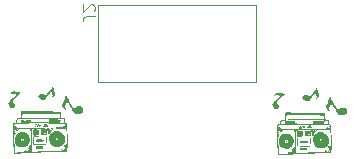
<source format=gbo>
G04 #@! TF.GenerationSoftware,KiCad,Pcbnew,9.0.2-9.0.2-0~ubuntu24.04.1*
G04 #@! TF.CreationDate,2025-06-11T11:14:10+02:00*
G04 #@! TF.ProjectId,Conn_Ruban_Pixels,436f6e6e-5f52-4756-9261-6e5f50697865,rev?*
G04 #@! TF.SameCoordinates,Original*
G04 #@! TF.FileFunction,Legend,Bot*
G04 #@! TF.FilePolarity,Positive*
%FSLAX46Y46*%
G04 Gerber Fmt 4.6, Leading zero omitted, Abs format (unit mm)*
G04 Created by KiCad (PCBNEW 9.0.2-9.0.2-0~ubuntu24.04.1) date 2025-06-11 11:14:10*
%MOMM*%
%LPD*%
G01*
G04 APERTURE LIST*
%ADD10C,0.100000*%
%ADD11C,0.000000*%
%ADD12C,3.000000*%
%ADD13C,3.600000*%
%ADD14C,5.600000*%
G04 APERTURE END LIST*
D10*
X138002580Y-91683333D02*
X137288295Y-91683333D01*
X137288295Y-91683333D02*
X137145438Y-91730952D01*
X137145438Y-91730952D02*
X137050200Y-91826190D01*
X137050200Y-91826190D02*
X137002580Y-91969047D01*
X137002580Y-91969047D02*
X137002580Y-92064285D01*
X137907342Y-91254761D02*
X137954961Y-91207142D01*
X137954961Y-91207142D02*
X138002580Y-91111904D01*
X138002580Y-91111904D02*
X138002580Y-90873809D01*
X138002580Y-90873809D02*
X137954961Y-90778571D01*
X137954961Y-90778571D02*
X137907342Y-90730952D01*
X137907342Y-90730952D02*
X137812104Y-90683333D01*
X137812104Y-90683333D02*
X137716866Y-90683333D01*
X137716866Y-90683333D02*
X137574009Y-90730952D01*
X137574009Y-90730952D02*
X137002580Y-91302380D01*
X137002580Y-91302380D02*
X137002580Y-90683333D01*
D11*
G36*
X131458681Y-101068998D02*
G01*
X131448681Y-101078998D01*
X131438681Y-101068998D01*
X131448681Y-101058998D01*
X131458681Y-101068998D01*
G37*
G36*
X131509837Y-101059897D02*
G01*
X131528681Y-101078998D01*
X131532407Y-101086079D01*
X131531042Y-101098998D01*
X131527526Y-101098098D01*
X131508681Y-101078998D01*
X131504956Y-101071916D01*
X131506321Y-101058998D01*
X131509837Y-101059897D01*
G37*
G36*
X133829837Y-101459897D02*
G01*
X133848681Y-101478998D01*
X133852407Y-101486079D01*
X133851042Y-101498998D01*
X133847526Y-101498098D01*
X133828681Y-101478998D01*
X133824956Y-101471916D01*
X133826321Y-101458998D01*
X133829837Y-101459897D01*
G37*
G36*
X134543681Y-101216446D02*
G01*
X134565014Y-101234752D01*
X134578681Y-101251446D01*
X134578353Y-101254956D01*
X134565323Y-101255091D01*
X134536130Y-101223998D01*
X134524958Y-101209506D01*
X134519992Y-101199149D01*
X134543681Y-101216446D01*
G37*
G36*
X131557150Y-101270685D02*
G01*
X131590582Y-101301908D01*
X131614903Y-101330166D01*
X131614470Y-101336408D01*
X131584795Y-101321800D01*
X131575186Y-101316471D01*
X131539760Y-101290437D01*
X131523800Y-101268331D01*
X131534401Y-101258998D01*
X131557150Y-101270685D01*
G37*
G36*
X134844516Y-102001443D02*
G01*
X134871906Y-102027291D01*
X134871081Y-102069955D01*
X134862566Y-102085928D01*
X134834848Y-102096850D01*
X134799409Y-102069874D01*
X134786935Y-102046279D01*
X134793658Y-102013188D01*
X134828681Y-101998998D01*
X134844516Y-102001443D01*
G37*
G36*
X131936054Y-102147798D02*
G01*
X131936240Y-102147985D01*
X131954694Y-102177407D01*
X131939515Y-102207994D01*
X131920380Y-102227832D01*
X131890426Y-102235712D01*
X131856885Y-102206833D01*
X131849939Y-102197941D01*
X131842852Y-102172394D01*
X131868527Y-102146638D01*
X131878815Y-102139423D01*
X131908454Y-102129040D01*
X131936054Y-102147798D01*
G37*
G36*
X134173277Y-101227647D02*
G01*
X134217573Y-101260672D01*
X134254647Y-101292069D01*
X134295303Y-101331045D01*
X134314240Y-101355672D01*
X134316959Y-101368899D01*
X134306127Y-101378479D01*
X134277157Y-101362647D01*
X134236423Y-101323998D01*
X134207876Y-101291879D01*
X134168626Y-101243914D01*
X134157027Y-101222282D01*
X134173277Y-101227647D01*
G37*
G36*
X133560566Y-100839000D02*
G01*
X133571027Y-100856736D01*
X133577067Y-100899211D01*
X133578322Y-100951517D01*
X133574426Y-100998748D01*
X133565015Y-101025998D01*
X133558230Y-101029858D01*
X133532933Y-101021249D01*
X133525061Y-100996929D01*
X133525294Y-100950623D01*
X133532797Y-100898737D01*
X133545276Y-100856464D01*
X133560439Y-100838998D01*
X133560566Y-100839000D01*
G37*
G36*
X135467882Y-100939245D02*
G01*
X135485908Y-100957936D01*
X135514199Y-100997338D01*
X135544557Y-101044730D01*
X135568784Y-101087391D01*
X135578681Y-101112600D01*
X135578652Y-101113735D01*
X135568946Y-101114692D01*
X135542498Y-101081051D01*
X135500251Y-101013998D01*
X135487773Y-100992306D01*
X135469005Y-100954116D01*
X135466799Y-100938998D01*
X135467882Y-100939245D01*
G37*
G36*
X134263975Y-101227610D02*
G01*
X134300436Y-101257219D01*
X134346050Y-101298907D01*
X134390904Y-101343185D01*
X134425085Y-101380561D01*
X134438681Y-101401545D01*
X134435618Y-101415329D01*
X134417117Y-101413857D01*
X134380109Y-101382222D01*
X134322572Y-101318988D01*
X134322405Y-101318793D01*
X134280699Y-101268518D01*
X134253977Y-101232669D01*
X134248019Y-101218998D01*
X134263975Y-101227610D01*
G37*
G36*
X135404961Y-102873237D02*
G01*
X135430784Y-102907822D01*
X135461023Y-102953873D01*
X135490143Y-103003998D01*
X135492157Y-103007833D01*
X135505392Y-103044095D01*
X135499834Y-103058998D01*
X135499287Y-103058978D01*
X135476125Y-103042348D01*
X135448590Y-103003998D01*
X135448028Y-103003013D01*
X135427418Y-102968111D01*
X135422741Y-102967099D01*
X135430435Y-102998998D01*
X135435194Y-103029356D01*
X135427958Y-103034123D01*
X135416373Y-103010022D01*
X135407950Y-102964123D01*
X135401934Y-102920310D01*
X135389048Y-102868998D01*
X135388701Y-102868029D01*
X135389088Y-102857509D01*
X135404961Y-102873237D01*
G37*
G36*
X133357701Y-102109021D02*
G01*
X133477967Y-102110606D01*
X133564425Y-102115677D01*
X133622401Y-102125627D01*
X133657218Y-102141848D01*
X133674203Y-102165733D01*
X133678681Y-102198675D01*
X133677036Y-102219460D01*
X133655337Y-102263826D01*
X133604301Y-102296466D01*
X133518681Y-102321406D01*
X133469869Y-102327167D01*
X133395088Y-102329218D01*
X133307809Y-102327479D01*
X133218531Y-102322544D01*
X133137753Y-102315008D01*
X133075970Y-102305465D01*
X133043681Y-102294509D01*
X133040802Y-102291998D01*
X133020296Y-102249140D01*
X133027542Y-102195790D01*
X133060781Y-102147097D01*
X133082989Y-102131069D01*
X133114247Y-102119748D01*
X133161460Y-102113036D01*
X133232635Y-102109822D01*
X133335781Y-102108998D01*
X133357701Y-102109021D01*
G37*
G36*
X133032025Y-100819465D02*
G01*
X133090837Y-100838513D01*
X133141430Y-100878996D01*
X133178908Y-100932018D01*
X133198374Y-100988688D01*
X133194931Y-101040112D01*
X133163681Y-101077396D01*
X133126914Y-101092137D01*
X133052065Y-101094908D01*
X132983132Y-101067863D01*
X132947585Y-101031943D01*
X132943347Y-100992800D01*
X132977367Y-100959701D01*
X133023510Y-100941181D01*
X133050677Y-100949948D01*
X133058681Y-100990464D01*
X133066255Y-101028655D01*
X133092024Y-101035464D01*
X133108999Y-101029649D01*
X133132563Y-101007380D01*
X133132928Y-101006172D01*
X133124936Y-100970486D01*
X133092607Y-100928268D01*
X133046772Y-100890685D01*
X132998263Y-100868906D01*
X132965529Y-100858091D01*
X132950555Y-100840382D01*
X132970108Y-100825346D01*
X133021400Y-100818998D01*
X133032025Y-100819465D01*
G37*
G36*
X133277051Y-100842675D02*
G01*
X133307944Y-100890268D01*
X133314014Y-100902760D01*
X133335947Y-100942838D01*
X133349106Y-100958998D01*
X133350392Y-100958532D01*
X133366299Y-100938080D01*
X133389870Y-100896699D01*
X133409961Y-100864533D01*
X133433369Y-100852331D01*
X133452734Y-100878562D01*
X133469351Y-100943998D01*
X133474894Y-100981717D01*
X133471392Y-101011289D01*
X133452088Y-101018998D01*
X133437463Y-101016905D01*
X133407774Y-100997529D01*
X133392356Y-100991920D01*
X133365459Y-101017529D01*
X133340518Y-101047163D01*
X133315605Y-101054179D01*
X133290485Y-101028167D01*
X133259617Y-100966455D01*
X133257019Y-100960572D01*
X133230940Y-100898482D01*
X133221157Y-100862577D01*
X133226802Y-100843630D01*
X133247006Y-100832408D01*
X133248095Y-100832024D01*
X133277051Y-100842675D01*
G37*
G36*
X133926446Y-102234705D02*
G01*
X133924449Y-102326436D01*
X133920348Y-102432313D01*
X133914942Y-102516854D01*
X133908652Y-102573836D01*
X133901900Y-102597039D01*
X133878631Y-102599946D01*
X133820529Y-102602254D01*
X133733164Y-102603812D01*
X133621977Y-102604557D01*
X133492409Y-102604426D01*
X133349902Y-102603357D01*
X132817205Y-102597717D01*
X132797943Y-102547055D01*
X132793333Y-102528998D01*
X132828681Y-102528998D01*
X133343674Y-102528998D01*
X133858666Y-102528998D01*
X133859394Y-102408998D01*
X133859854Y-102386699D01*
X133864707Y-102301100D01*
X133873646Y-102199374D01*
X133885214Y-102098998D01*
X133910307Y-101908998D01*
X133380205Y-101914953D01*
X133242184Y-101916647D01*
X133114466Y-101918499D01*
X133005724Y-101920371D01*
X132921213Y-101922162D01*
X132866189Y-101923773D01*
X132845908Y-101925104D01*
X132845064Y-101930568D01*
X132842914Y-101968032D01*
X132840388Y-102034979D01*
X132837733Y-102124365D01*
X132835197Y-102229148D01*
X132828681Y-102528998D01*
X132793333Y-102528998D01*
X132792273Y-102524848D01*
X132784811Y-102462629D01*
X132780118Y-102377621D01*
X132778101Y-102278785D01*
X132778665Y-102175083D01*
X132781715Y-102075478D01*
X132787159Y-101988931D01*
X132794901Y-101924404D01*
X132804846Y-101890860D01*
X132809167Y-101885522D01*
X132821210Y-101876195D01*
X132841053Y-101869305D01*
X132873293Y-101864684D01*
X132922527Y-101862163D01*
X132993353Y-101861573D01*
X133090368Y-101862746D01*
X133218168Y-101865512D01*
X133381352Y-101869703D01*
X133931692Y-101884329D01*
X133931323Y-101908998D01*
X133926446Y-102234705D01*
G37*
G36*
X131247086Y-98031912D02*
G01*
X131380178Y-98070267D01*
X131421431Y-98083726D01*
X131525651Y-98108826D01*
X131602453Y-98112335D01*
X131614544Y-98111015D01*
X131671352Y-98114589D01*
X131710553Y-98141065D01*
X131714100Y-98144958D01*
X131725665Y-98158839D01*
X131730961Y-98172666D01*
X131726966Y-98189687D01*
X131710657Y-98213151D01*
X131679010Y-98246307D01*
X131629004Y-98292405D01*
X131557614Y-98354692D01*
X131461818Y-98436418D01*
X131338594Y-98540831D01*
X131000951Y-98826813D01*
X131057045Y-98860926D01*
X131116543Y-98910090D01*
X131179633Y-98996982D01*
X131222728Y-99099096D01*
X131238681Y-99202975D01*
X131228320Y-99267816D01*
X131190589Y-99347819D01*
X131134346Y-99407783D01*
X131092993Y-99429276D01*
X131015030Y-99439000D01*
X130934424Y-99417447D01*
X130857261Y-99368935D01*
X130789628Y-99297781D01*
X130737609Y-99208303D01*
X130707293Y-99104819D01*
X130701319Y-99055766D01*
X130702487Y-99006736D01*
X130715238Y-98960211D01*
X130742868Y-98911631D01*
X130788670Y-98856439D01*
X130855937Y-98790075D01*
X130947965Y-98707983D01*
X131068047Y-98605604D01*
X131395133Y-98329718D01*
X131274473Y-98284358D01*
X131226745Y-98267720D01*
X131115406Y-98243079D01*
X131019335Y-98246787D01*
X130929275Y-98278695D01*
X130907592Y-98289200D01*
X130863742Y-98306466D01*
X130841916Y-98308899D01*
X130840998Y-98307787D01*
X130842320Y-98279824D01*
X130862197Y-98232231D01*
X130894600Y-98175642D01*
X130933498Y-98120691D01*
X130972859Y-98078012D01*
X130983101Y-98069470D01*
X131053619Y-98031418D01*
X131139923Y-98018930D01*
X131247086Y-98031912D01*
G37*
G36*
X134002360Y-100861840D02*
G01*
X134010136Y-100927480D01*
X134012034Y-100960774D01*
X134012857Y-100975214D01*
X134010819Y-101020123D01*
X133998717Y-101044132D01*
X133973402Y-101058478D01*
X133959079Y-101064135D01*
X133917774Y-101075262D01*
X133886891Y-101065266D01*
X133847772Y-101029907D01*
X133840889Y-101023211D01*
X133809951Y-101000467D01*
X133798681Y-101007806D01*
X133790269Y-101020024D01*
X133754133Y-101035065D01*
X133702993Y-101044452D01*
X133651726Y-101045832D01*
X133615206Y-101036849D01*
X133605344Y-101028425D01*
X133604824Y-101005824D01*
X133632378Y-100986919D01*
X133679862Y-100978998D01*
X133691789Y-100978881D01*
X133723452Y-100973122D01*
X133728582Y-100963998D01*
X133863581Y-100963998D01*
X133869051Y-100974214D01*
X133900811Y-100992606D01*
X133939750Y-100991623D01*
X133965508Y-100970055D01*
X133968145Y-100960774D01*
X133958306Y-100943690D01*
X133916387Y-100938998D01*
X133873964Y-100944936D01*
X133863581Y-100963998D01*
X133728582Y-100963998D01*
X133736277Y-100950311D01*
X133738681Y-100898998D01*
X133742881Y-100848141D01*
X133755579Y-100821907D01*
X133772427Y-100832061D01*
X133788960Y-100880266D01*
X133798767Y-100917839D01*
X133810228Y-100926658D01*
X133829913Y-100905266D01*
X133845830Y-100878096D01*
X133855243Y-100844409D01*
X133902975Y-100844409D01*
X133918681Y-100858998D01*
X133929664Y-100865695D01*
X133966091Y-100877608D01*
X133978681Y-100858998D01*
X133968796Y-100846593D01*
X133933681Y-100839304D01*
X133922839Y-100839526D01*
X133902975Y-100844409D01*
X133855243Y-100844409D01*
X133858045Y-100834379D01*
X133867828Y-100812279D01*
X133902971Y-100789820D01*
X133946955Y-100781856D01*
X133981880Y-100794196D01*
X133990760Y-100812094D01*
X134001697Y-100858998D01*
X134002360Y-100861840D01*
G37*
G36*
X134468681Y-97667396D02*
G01*
X134471502Y-97669351D01*
X134502665Y-97713228D01*
X134520402Y-97791319D01*
X134521327Y-97798196D01*
X134536794Y-97868417D01*
X134563202Y-97955537D01*
X134595402Y-98042329D01*
X134613172Y-98087322D01*
X134648446Y-98204489D01*
X134655671Y-98299466D01*
X134633601Y-98378159D01*
X134580989Y-98446475D01*
X134496588Y-98510319D01*
X134490523Y-98514130D01*
X134431650Y-98547574D01*
X134400602Y-98555127D01*
X134394310Y-98536060D01*
X134409702Y-98489640D01*
X134411356Y-98485619D01*
X134436391Y-98379508D01*
X134426530Y-98266574D01*
X134381321Y-98141301D01*
X134374953Y-98127534D01*
X134357680Y-98088553D01*
X134343317Y-98060919D01*
X134328503Y-98047216D01*
X134309880Y-98050029D01*
X134284087Y-98071943D01*
X134247763Y-98115541D01*
X134197550Y-98183408D01*
X134130086Y-98278129D01*
X134042012Y-98402288D01*
X133991738Y-98472209D01*
X133908790Y-98583313D01*
X133844190Y-98663020D01*
X133796383Y-98713197D01*
X133763811Y-98735709D01*
X133692389Y-98754246D01*
X133595276Y-98757175D01*
X133503228Y-98737590D01*
X133419788Y-98699689D01*
X133348500Y-98647674D01*
X133292910Y-98585744D01*
X133256562Y-98518099D01*
X133243000Y-98448940D01*
X133255769Y-98382466D01*
X133298413Y-98322877D01*
X133374476Y-98274374D01*
X133400394Y-98263626D01*
X133475233Y-98245120D01*
X133555935Y-98249039D01*
X133615060Y-98259717D01*
X133674953Y-98279419D01*
X133729767Y-98312932D01*
X133795451Y-98368189D01*
X133868681Y-98434078D01*
X134148681Y-98037615D01*
X134234439Y-97916544D01*
X134302913Y-97821215D01*
X134354602Y-97751715D01*
X134392575Y-97704494D01*
X134419901Y-97676001D01*
X134439649Y-97662687D01*
X134454886Y-97661002D01*
X134468681Y-97667396D01*
G37*
G36*
X135619136Y-98439042D02*
G01*
X135622117Y-98443949D01*
X135643025Y-98479507D01*
X135680328Y-98543576D01*
X135731394Y-98631612D01*
X135793588Y-98739073D01*
X135864280Y-98861419D01*
X135940836Y-98994105D01*
X136243596Y-99519212D01*
X136323347Y-99447162D01*
X136347247Y-99426386D01*
X136445701Y-99360398D01*
X136551756Y-99324433D01*
X136678987Y-99313384D01*
X136781447Y-99322271D01*
X136888127Y-99356785D01*
X136969164Y-99414522D01*
X137020651Y-99492500D01*
X137038681Y-99587741D01*
X137023803Y-99677790D01*
X136974238Y-99772933D01*
X136895348Y-99855168D01*
X136792773Y-99918793D01*
X136672153Y-99958110D01*
X136654215Y-99961568D01*
X136595972Y-99971668D01*
X136556860Y-99976806D01*
X136545358Y-99976907D01*
X136482641Y-99966005D01*
X136407328Y-99941636D01*
X136336495Y-99910083D01*
X136287222Y-99877626D01*
X136266713Y-99851272D01*
X136228942Y-99794208D01*
X136177722Y-99712157D01*
X136116178Y-99610223D01*
X136047434Y-99493510D01*
X135974617Y-99367119D01*
X135973561Y-99365267D01*
X135902953Y-99241988D01*
X135838713Y-99130982D01*
X135783502Y-99036759D01*
X135739984Y-98963828D01*
X135710823Y-98916700D01*
X135698681Y-98899883D01*
X135686750Y-98910406D01*
X135666395Y-98944154D01*
X135664952Y-98947041D01*
X135643088Y-98989509D01*
X135609696Y-99053189D01*
X135571395Y-99125451D01*
X135563499Y-99140446D01*
X135521073Y-99234368D01*
X135502482Y-99315018D01*
X135506036Y-99397606D01*
X135530042Y-99497340D01*
X135542083Y-99540940D01*
X135552571Y-99589041D01*
X135553343Y-99611003D01*
X135547507Y-99612612D01*
X135516793Y-99599459D01*
X135469830Y-99567082D01*
X135414827Y-99522400D01*
X135359996Y-99472332D01*
X135313544Y-99423798D01*
X135283681Y-99383718D01*
X135256227Y-99326735D01*
X135239381Y-99261357D01*
X135240315Y-99191095D01*
X135260115Y-99108839D01*
X135299868Y-99007479D01*
X135360661Y-98879905D01*
X135409450Y-98780428D01*
X135444937Y-98701397D01*
X135465973Y-98642970D01*
X135475184Y-98597773D01*
X135475200Y-98558431D01*
X135474886Y-98555089D01*
X135474239Y-98503361D01*
X135490907Y-98472439D01*
X135533977Y-98444747D01*
X135576292Y-98424200D01*
X135602048Y-98421660D01*
X135619136Y-98439042D01*
G37*
G36*
X132457592Y-101895649D02*
G01*
X132487724Y-102023780D01*
X132489600Y-102045664D01*
X132498681Y-102151603D01*
X132498165Y-102170931D01*
X132497238Y-102205634D01*
X132487807Y-102272700D01*
X132465730Y-102340083D01*
X132443051Y-102388998D01*
X132426592Y-102424497D01*
X132394124Y-102485962D01*
X132317176Y-102601669D01*
X132232149Y-102685376D01*
X132132531Y-102742651D01*
X132011807Y-102779062D01*
X131943801Y-102788840D01*
X131811730Y-102787518D01*
X131678289Y-102763861D01*
X131553471Y-102720833D01*
X131447270Y-102661401D01*
X131369680Y-102588529D01*
X131356283Y-102570494D01*
X131274531Y-102427532D01*
X131263499Y-102388998D01*
X131478681Y-102388998D01*
X131488681Y-102398998D01*
X131498681Y-102388998D01*
X131488681Y-102378998D01*
X131478681Y-102388998D01*
X131263499Y-102388998D01*
X131231525Y-102277315D01*
X131231285Y-102268998D01*
X131678681Y-102268998D01*
X131688681Y-102278998D01*
X131698681Y-102268998D01*
X131688681Y-102258998D01*
X131678681Y-102268998D01*
X131231285Y-102268998D01*
X131228158Y-102160711D01*
X131779257Y-102160711D01*
X131788570Y-102220619D01*
X131815256Y-102265898D01*
X131819290Y-102268998D01*
X131830100Y-102277305D01*
X131888034Y-102294756D01*
X131947502Y-102280798D01*
X131998011Y-102239831D01*
X132029071Y-102176254D01*
X132030292Y-102170931D01*
X132028934Y-102126060D01*
X131995833Y-102091254D01*
X131971058Y-102077570D01*
X131908732Y-102061421D01*
X131846827Y-102062983D01*
X131802682Y-102082998D01*
X131788628Y-102105212D01*
X131779257Y-102160711D01*
X131228158Y-102160711D01*
X131226919Y-102117813D01*
X131239868Y-102051680D01*
X131422219Y-102051680D01*
X131438681Y-102058998D01*
X131449269Y-102057554D01*
X131452015Y-102045664D01*
X131449083Y-102043271D01*
X131425348Y-102045664D01*
X131422219Y-102051680D01*
X131239868Y-102051680D01*
X131260366Y-101946994D01*
X131283111Y-101875641D01*
X131285962Y-101868998D01*
X132298681Y-101868998D01*
X132308681Y-101878998D01*
X132318681Y-101868998D01*
X132308681Y-101858998D01*
X132298681Y-101868998D01*
X131285962Y-101868998D01*
X131312335Y-101807543D01*
X131349155Y-101752656D01*
X131401881Y-101696261D01*
X131446108Y-101654877D01*
X131539359Y-101583919D01*
X131634462Y-101539124D01*
X131743533Y-101515736D01*
X131878681Y-101508998D01*
X131926367Y-101509244D01*
X132007788Y-101512381D01*
X132068804Y-101521112D01*
X132122828Y-101537915D01*
X132183273Y-101565269D01*
X132234876Y-101594373D01*
X132306188Y-101645290D01*
X132358866Y-101695269D01*
X132412399Y-101780635D01*
X132447120Y-101868998D01*
X132457592Y-101895649D01*
G37*
G36*
X135487626Y-101851407D02*
G01*
X135513191Y-101969378D01*
X135513082Y-102048998D01*
X135512998Y-102110481D01*
X135510431Y-102139347D01*
X135496837Y-102208998D01*
X135489030Y-102248998D01*
X135481828Y-102285897D01*
X135480452Y-102288998D01*
X135467135Y-102318998D01*
X135431623Y-102398998D01*
X135426105Y-102411428D01*
X135382450Y-102468998D01*
X135367284Y-102488998D01*
X135338834Y-102526516D01*
X135312893Y-102548998D01*
X135231416Y-102619609D01*
X135181147Y-102645664D01*
X135099052Y-102688215D01*
X134938681Y-102732371D01*
X134839250Y-102745051D01*
X134678069Y-102738965D01*
X134530973Y-102698945D01*
X134448040Y-102651680D01*
X134842219Y-102651680D01*
X134858681Y-102658998D01*
X134869269Y-102657554D01*
X134872015Y-102645664D01*
X134869083Y-102643271D01*
X134845348Y-102645664D01*
X134842219Y-102651680D01*
X134448040Y-102651680D01*
X134402951Y-102625983D01*
X134402804Y-102625871D01*
X134327120Y-102548998D01*
X135098681Y-102548998D01*
X135108681Y-102558998D01*
X135118681Y-102548998D01*
X135108681Y-102538998D01*
X135098681Y-102548998D01*
X134327120Y-102548998D01*
X134318481Y-102540223D01*
X134285969Y-102488998D01*
X134918681Y-102488998D01*
X134928681Y-102498998D01*
X134938681Y-102488998D01*
X134928681Y-102478998D01*
X134918681Y-102488998D01*
X134285969Y-102488998D01*
X134273275Y-102468998D01*
X134618681Y-102468998D01*
X134628681Y-102478998D01*
X134638681Y-102468998D01*
X134628681Y-102458998D01*
X134618681Y-102468998D01*
X134273275Y-102468998D01*
X134245317Y-102424948D01*
X134234213Y-102398998D01*
X135038681Y-102398998D01*
X135039495Y-102404479D01*
X135059862Y-102418998D01*
X135067096Y-102417427D01*
X135068681Y-102398998D01*
X135064577Y-102393012D01*
X135047501Y-102378998D01*
X135045505Y-102379517D01*
X135038681Y-102398998D01*
X134234213Y-102398998D01*
X134195531Y-102308596D01*
X135342955Y-102308596D01*
X135345348Y-102332331D01*
X135351364Y-102335460D01*
X135358681Y-102318998D01*
X135357238Y-102308410D01*
X135345348Y-102305664D01*
X135342955Y-102308596D01*
X134195531Y-102308596D01*
X134187483Y-102289787D01*
X134187275Y-102288998D01*
X135218681Y-102288998D01*
X135228681Y-102298998D01*
X135238681Y-102288998D01*
X135228681Y-102278998D01*
X135218681Y-102288998D01*
X134187275Y-102288998D01*
X134176722Y-102248998D01*
X135118681Y-102248998D01*
X135128681Y-102258998D01*
X135138681Y-102248998D01*
X135128681Y-102238998D01*
X135118681Y-102248998D01*
X134176722Y-102248998D01*
X134166169Y-102208998D01*
X135318681Y-102208998D01*
X135328681Y-102218998D01*
X135338681Y-102208998D01*
X135328681Y-102198998D01*
X135318681Y-102208998D01*
X134166169Y-102208998D01*
X134149148Y-102144481D01*
X134141829Y-102071768D01*
X134721689Y-102071768D01*
X134742681Y-102114998D01*
X134781106Y-102135112D01*
X134834738Y-102134883D01*
X134877678Y-102110207D01*
X134885690Y-102097641D01*
X134894980Y-102048998D01*
X135438681Y-102048998D01*
X135448681Y-102058998D01*
X135458681Y-102048998D01*
X135448681Y-102038998D01*
X135441841Y-102045838D01*
X135438681Y-102048998D01*
X134894980Y-102048998D01*
X134895584Y-102045838D01*
X134884652Y-101990699D01*
X134855701Y-101952391D01*
X134837109Y-101944314D01*
X134792655Y-101948770D01*
X134753830Y-101978360D01*
X134727790Y-102022790D01*
X134721689Y-102071768D01*
X134141829Y-102071768D01*
X134134482Y-101998774D01*
X134135940Y-101950018D01*
X134163399Y-101816916D01*
X134188447Y-101768998D01*
X135018681Y-101768998D01*
X135028681Y-101778998D01*
X135038681Y-101768998D01*
X135028681Y-101758998D01*
X135018681Y-101768998D01*
X134188447Y-101768998D01*
X134226916Y-101695406D01*
X134328389Y-101581403D01*
X134364825Y-101549473D01*
X134496312Y-101461563D01*
X134637885Y-101409932D01*
X134796681Y-101391690D01*
X134802802Y-101391604D01*
X134886168Y-101392745D01*
X134949380Y-101401582D01*
X135010636Y-101422331D01*
X135088133Y-101459209D01*
X135167498Y-101505730D01*
X135260686Y-101571929D01*
X135339267Y-101638998D01*
X135344046Y-101643674D01*
X135432509Y-101746272D01*
X135444423Y-101768998D01*
X135487626Y-101851407D01*
G37*
G36*
X133633901Y-102778998D02*
G01*
X133634259Y-102784500D01*
X133634130Y-102788998D01*
X133632727Y-102837797D01*
X133632410Y-102838998D01*
X133623517Y-102872709D01*
X133605997Y-102881801D01*
X133552019Y-102893677D01*
X133467653Y-102904972D01*
X133358297Y-102914830D01*
X133353644Y-102915174D01*
X133255405Y-102922444D01*
X133169981Y-102928808D01*
X133106398Y-102933591D01*
X133073681Y-102936119D01*
X133054968Y-102934354D01*
X133038681Y-102917817D01*
X133036904Y-102910357D01*
X133017959Y-102909444D01*
X133011990Y-102910610D01*
X133004150Y-102886900D01*
X133006754Y-102825625D01*
X133008382Y-102808998D01*
X133098681Y-102808998D01*
X133108681Y-102818998D01*
X133118681Y-102808998D01*
X133108681Y-102798998D01*
X133098681Y-102808998D01*
X133008382Y-102808998D01*
X133009881Y-102793696D01*
X133012259Y-102768998D01*
X133078681Y-102768998D01*
X133088681Y-102778998D01*
X133098681Y-102768998D01*
X133118681Y-102768998D01*
X133128681Y-102778998D01*
X133130556Y-102777123D01*
X133169853Y-102777123D01*
X133187446Y-102808998D01*
X133188252Y-102810458D01*
X133207815Y-102831054D01*
X133217739Y-102828998D01*
X133258681Y-102828998D01*
X133268681Y-102838998D01*
X133278681Y-102828998D01*
X133268681Y-102818998D01*
X133258681Y-102828998D01*
X133217739Y-102828998D01*
X133217483Y-102823744D01*
X133206360Y-102791508D01*
X133186836Y-102765358D01*
X133169976Y-102761037D01*
X133169915Y-102768998D01*
X133169853Y-102777123D01*
X133130556Y-102777123D01*
X133138681Y-102768998D01*
X133129983Y-102760300D01*
X133223585Y-102760300D01*
X133228681Y-102778998D01*
X133232790Y-102784918D01*
X133251042Y-102798998D01*
X133253778Y-102797695D01*
X133251407Y-102788998D01*
X133298681Y-102788998D01*
X133307378Y-102797695D01*
X133308681Y-102798998D01*
X133318681Y-102788998D01*
X133308681Y-102778998D01*
X133298681Y-102788998D01*
X133251407Y-102788998D01*
X133248681Y-102778998D01*
X133244573Y-102773077D01*
X133238088Y-102768075D01*
X133385807Y-102768075D01*
X133394518Y-102788998D01*
X133398681Y-102798998D01*
X133414026Y-102823666D01*
X133419612Y-102828998D01*
X133430089Y-102838998D01*
X133431556Y-102829920D01*
X133418681Y-102798998D01*
X133403337Y-102774329D01*
X133396784Y-102768075D01*
X133445807Y-102768075D01*
X133458681Y-102798998D01*
X133474026Y-102823666D01*
X133480578Y-102829920D01*
X133490089Y-102838998D01*
X133491556Y-102829920D01*
X133478681Y-102798998D01*
X133463337Y-102774329D01*
X133447274Y-102758998D01*
X133445807Y-102768075D01*
X133396784Y-102768075D01*
X133387274Y-102758998D01*
X133385807Y-102768075D01*
X133238088Y-102768075D01*
X133226321Y-102758998D01*
X133223585Y-102760300D01*
X133129983Y-102760300D01*
X133128681Y-102758998D01*
X133118681Y-102768998D01*
X133098681Y-102768998D01*
X133088681Y-102758998D01*
X133078681Y-102768998D01*
X133012259Y-102768998D01*
X133013675Y-102754289D01*
X133492641Y-102754289D01*
X133510521Y-102788998D01*
X133535729Y-102824229D01*
X133541441Y-102829920D01*
X133550553Y-102838998D01*
X133549260Y-102825171D01*
X133535042Y-102788998D01*
X133558681Y-102788998D01*
X133568681Y-102798998D01*
X133578681Y-102788998D01*
X133568681Y-102778998D01*
X133558681Y-102788998D01*
X133535042Y-102788998D01*
X133515037Y-102755147D01*
X133507411Y-102748998D01*
X133538681Y-102748998D01*
X133548681Y-102758998D01*
X133558681Y-102748998D01*
X133548681Y-102738998D01*
X133538681Y-102748998D01*
X133507411Y-102748998D01*
X133495010Y-102738998D01*
X133494407Y-102739030D01*
X133492641Y-102754289D01*
X133013675Y-102754289D01*
X133014946Y-102741095D01*
X133016091Y-102728596D01*
X133582955Y-102728596D01*
X133585012Y-102748998D01*
X133585348Y-102752331D01*
X133591364Y-102755460D01*
X133598681Y-102738998D01*
X133597238Y-102728410D01*
X133585348Y-102725664D01*
X133582955Y-102728596D01*
X133016091Y-102728596D01*
X133017477Y-102713477D01*
X133023285Y-102710624D01*
X133061173Y-102706328D01*
X133128460Y-102703555D01*
X133218259Y-102702530D01*
X133323681Y-102703477D01*
X133628681Y-102708998D01*
X133630918Y-102738998D01*
X133633901Y-102778998D01*
G37*
G36*
X133276508Y-101374707D02*
G01*
X133281357Y-101450153D01*
X133281360Y-101450250D01*
X133284219Y-101558998D01*
X133284306Y-101562690D01*
X133287320Y-101691025D01*
X133287432Y-101695814D01*
X133287922Y-101716662D01*
X133288681Y-101748998D01*
X133068681Y-101770813D01*
X132993054Y-101777991D01*
X132913492Y-101784745D01*
X132855699Y-101788713D01*
X132828681Y-101789204D01*
X132820624Y-101774781D01*
X132809602Y-101727655D01*
X132803547Y-101688596D01*
X132862955Y-101688596D01*
X132865348Y-101712331D01*
X132871364Y-101715460D01*
X132878681Y-101698998D01*
X132877238Y-101688410D01*
X132865348Y-101685664D01*
X132862955Y-101688596D01*
X132803547Y-101688596D01*
X132798459Y-101655778D01*
X132790680Y-101585455D01*
X132862443Y-101585455D01*
X132867520Y-101621378D01*
X132889744Y-101667812D01*
X132916832Y-101698998D01*
X132920918Y-101703702D01*
X132949807Y-101718998D01*
X132956413Y-101716662D01*
X132953305Y-101690823D01*
X132922506Y-101636641D01*
X132903239Y-101608800D01*
X132875223Y-101579088D01*
X132862443Y-101585455D01*
X132790680Y-101585455D01*
X132788681Y-101567388D01*
X132781117Y-101494459D01*
X132777908Y-101470211D01*
X132860972Y-101470211D01*
X132864104Y-101487776D01*
X132884156Y-101523373D01*
X132893315Y-101536251D01*
X132932091Y-101585621D01*
X132977705Y-101638998D01*
X132999749Y-101662638D01*
X133007654Y-101667054D01*
X132992759Y-101641867D01*
X132954521Y-101585836D01*
X132946242Y-101574043D01*
X132905574Y-101518755D01*
X132875129Y-101481646D01*
X132860972Y-101470211D01*
X132777908Y-101470211D01*
X132770219Y-101412107D01*
X132762452Y-101368252D01*
X132858681Y-101368252D01*
X132862223Y-101380210D01*
X132886325Y-101421234D01*
X132928212Y-101479020D01*
X132981970Y-101545085D01*
X133038324Y-101609256D01*
X133086868Y-101660953D01*
X133093405Y-101667054D01*
X133118459Y-101690436D01*
X133130657Y-101695814D01*
X133121027Y-101675195D01*
X133087130Y-101626687D01*
X133020504Y-101538480D01*
X132952023Y-101452213D01*
X132901196Y-101393922D01*
X132869568Y-101365352D01*
X132858681Y-101368252D01*
X132762452Y-101368252D01*
X132759293Y-101350415D01*
X132749842Y-101318998D01*
X132745660Y-101312208D01*
X132741000Y-101299228D01*
X132762399Y-101314419D01*
X132768448Y-101319147D01*
X132791381Y-101326977D01*
X132792199Y-101325242D01*
X132925770Y-101325242D01*
X132928209Y-101335025D01*
X132949935Y-101370743D01*
X132988961Y-101425504D01*
X133040436Y-101492245D01*
X133051583Y-101506219D01*
X133127419Y-101600292D01*
X133179305Y-101662446D01*
X133207369Y-101692687D01*
X133211741Y-101691025D01*
X133192551Y-101657465D01*
X133149928Y-101592015D01*
X133084002Y-101494683D01*
X133052363Y-101448969D01*
X133001379Y-101379207D01*
X132965696Y-101337913D01*
X132944421Y-101323110D01*
X133017454Y-101323110D01*
X133019005Y-101339936D01*
X133042223Y-101375045D01*
X133089836Y-101433998D01*
X133095927Y-101441292D01*
X133144035Y-101498810D01*
X133182071Y-101544133D01*
X133202265Y-101567998D01*
X133210557Y-101574882D01*
X133218681Y-101562690D01*
X133212026Y-101536530D01*
X133185629Y-101486347D01*
X133146550Y-101428954D01*
X133102810Y-101374899D01*
X133062955Y-101335256D01*
X133118681Y-101335256D01*
X133120687Y-101341213D01*
X133142744Y-101370610D01*
X133181314Y-101410256D01*
X133216845Y-101442358D01*
X133232275Y-101450250D01*
X133226126Y-101428398D01*
X133199829Y-101373998D01*
X133185362Y-101351358D01*
X133171713Y-101338998D01*
X133208681Y-101338998D01*
X133212786Y-101344983D01*
X133229862Y-101358998D01*
X133231858Y-101358478D01*
X133238681Y-101338998D01*
X133237868Y-101333516D01*
X133217501Y-101318998D01*
X133210267Y-101320568D01*
X133208681Y-101338998D01*
X133171713Y-101338998D01*
X133155818Y-101324604D01*
X133129841Y-101317446D01*
X133118681Y-101335256D01*
X133062955Y-101335256D01*
X133062427Y-101334731D01*
X133033420Y-101318998D01*
X133017454Y-101323110D01*
X132944421Y-101323110D01*
X132941698Y-101321215D01*
X132925770Y-101325242D01*
X132792199Y-101325242D01*
X132804366Y-101299419D01*
X132805360Y-101295875D01*
X132819926Y-101272704D01*
X132852463Y-101261753D01*
X132913875Y-101258998D01*
X132959465Y-101259923D01*
X133048896Y-101264594D01*
X133136091Y-101271882D01*
X133169398Y-101275399D01*
X133216118Y-101283007D01*
X133247282Y-101297710D01*
X133266281Y-101326085D01*
X133268997Y-101338998D01*
X133276508Y-101374707D01*
G37*
G36*
X133941398Y-101373323D02*
G01*
X133947704Y-101475124D01*
X133950596Y-101528444D01*
X133951435Y-101562510D01*
X133952998Y-101626019D01*
X133950067Y-101693110D01*
X133941909Y-101725124D01*
X133927460Y-101731863D01*
X133879209Y-101739505D01*
X133808287Y-101744172D01*
X133725036Y-101745894D01*
X133639797Y-101744698D01*
X133562910Y-101740611D01*
X133504717Y-101733661D01*
X133475559Y-101723875D01*
X133469399Y-101702094D01*
X133464533Y-101647588D01*
X133463988Y-101628998D01*
X133518681Y-101628998D01*
X133520864Y-101642789D01*
X133538054Y-101658998D01*
X133546330Y-101654751D01*
X133545914Y-101628998D01*
X133539438Y-101614637D01*
X133526542Y-101598998D01*
X133522961Y-101602313D01*
X133518681Y-101628998D01*
X133463988Y-101628998D01*
X133462249Y-101569734D01*
X133462645Y-101520679D01*
X133522256Y-101520679D01*
X133533449Y-101553855D01*
X133562057Y-101597766D01*
X133570241Y-101607960D01*
X133607303Y-101648083D01*
X133622884Y-101654751D01*
X133623424Y-101654982D01*
X133616581Y-101630541D01*
X133586914Y-101580308D01*
X133638833Y-101580308D01*
X133656130Y-101603998D01*
X133662365Y-101611741D01*
X133688953Y-101637433D01*
X133698681Y-101631446D01*
X133691381Y-101621118D01*
X133663681Y-101596446D01*
X133649190Y-101585274D01*
X133638833Y-101580308D01*
X133586914Y-101580308D01*
X133584750Y-101576644D01*
X133564003Y-101547691D01*
X133536659Y-101518488D01*
X133522841Y-101516518D01*
X133522256Y-101520679D01*
X133462645Y-101520679D01*
X133462995Y-101477311D01*
X133464360Y-101422508D01*
X133521278Y-101422508D01*
X133521940Y-101431252D01*
X133541487Y-101464301D01*
X133579225Y-101506209D01*
X133644577Y-101568998D01*
X133586629Y-101485297D01*
X133563729Y-101454673D01*
X133535404Y-101425230D01*
X133521278Y-101422508D01*
X133464360Y-101422508D01*
X133467055Y-101314300D01*
X133519314Y-101314300D01*
X133519768Y-101316435D01*
X133535066Y-101343542D01*
X133567461Y-101391848D01*
X133610672Y-101452777D01*
X133658418Y-101517752D01*
X133697417Y-101568998D01*
X133704416Y-101578195D01*
X133742386Y-101625532D01*
X133747841Y-101631446D01*
X133766045Y-101651184D01*
X133778472Y-101654982D01*
X133782006Y-101656062D01*
X133821677Y-101666062D01*
X133842869Y-101670476D01*
X133865293Y-101667127D01*
X133876042Y-101642106D01*
X133882028Y-101586279D01*
X133883494Y-101562510D01*
X133880017Y-101508485D01*
X133861087Y-101458845D01*
X133821197Y-101396401D01*
X133789243Y-101353481D01*
X133754997Y-101314163D01*
X133741107Y-101303894D01*
X133815966Y-101303894D01*
X133819018Y-101324215D01*
X133847492Y-101357880D01*
X133866594Y-101374471D01*
X133893235Y-101388602D01*
X133895058Y-101373323D01*
X133869313Y-101331908D01*
X133846906Y-101310456D01*
X133841871Y-101308998D01*
X133878681Y-101308998D01*
X133888681Y-101318998D01*
X133898681Y-101308998D01*
X133888681Y-101298998D01*
X133878681Y-101308998D01*
X133841871Y-101308998D01*
X133818760Y-101302305D01*
X133815966Y-101303894D01*
X133741107Y-101303894D01*
X133734484Y-101298998D01*
X133731965Y-101299819D01*
X133734970Y-101319464D01*
X133757320Y-101357085D01*
X133762224Y-101364017D01*
X133791637Y-101409457D01*
X133795521Y-101424710D01*
X133774770Y-101409556D01*
X133730280Y-101363772D01*
X133710861Y-101343230D01*
X133670974Y-101307313D01*
X133652588Y-101300534D01*
X133655848Y-101319415D01*
X133680903Y-101360480D01*
X133727899Y-101420252D01*
X133728557Y-101421024D01*
X133764698Y-101465890D01*
X133776211Y-101480182D01*
X133806891Y-101524665D01*
X133818660Y-101550279D01*
X133809583Y-101552831D01*
X133777722Y-101528129D01*
X133743318Y-101502775D01*
X133705629Y-101486492D01*
X133678788Y-101473670D01*
X133644689Y-101439366D01*
X133640941Y-101434053D01*
X133597526Y-101377443D01*
X133558581Y-101334422D01*
X133530408Y-101311278D01*
X133519314Y-101314300D01*
X133467055Y-101314300D01*
X133467359Y-101302105D01*
X133578979Y-101302105D01*
X133584635Y-101314215D01*
X133609925Y-101350335D01*
X133648681Y-101398998D01*
X133678101Y-101432712D01*
X133707035Y-101461536D01*
X133717931Y-101465890D01*
X133709923Y-101449355D01*
X133685001Y-101414614D01*
X133651179Y-101372774D01*
X133616725Y-101333581D01*
X133589903Y-101306777D01*
X133578979Y-101302105D01*
X133467359Y-101302105D01*
X133468681Y-101248998D01*
X133701189Y-101248998D01*
X133933697Y-101248998D01*
X133937414Y-101308998D01*
X133941398Y-101373323D01*
G37*
G36*
X135138681Y-100293998D02*
G01*
X135201181Y-100306497D01*
X135232117Y-100311076D01*
X135302282Y-100316772D01*
X135378733Y-100318997D01*
X135420410Y-100320328D01*
X135481296Y-100328971D01*
X135512823Y-100343998D01*
X135512987Y-100344219D01*
X135520960Y-100377087D01*
X135523025Y-100438862D01*
X135518820Y-100518998D01*
X135518682Y-100520628D01*
X135517926Y-100529569D01*
X135513047Y-100603949D01*
X135511556Y-100662206D01*
X135513797Y-100692504D01*
X135516434Y-100696885D01*
X135547062Y-100715039D01*
X135598041Y-100728889D01*
X135674268Y-100741768D01*
X135682231Y-100986648D01*
X135690320Y-101235383D01*
X135693212Y-101331864D01*
X135697537Y-101513598D01*
X135700824Y-101704266D01*
X135703095Y-101899422D01*
X135704371Y-102094617D01*
X135704673Y-102285403D01*
X135704023Y-102467332D01*
X135702441Y-102635957D01*
X135699948Y-102786830D01*
X135697882Y-102865451D01*
X135696567Y-102915502D01*
X135694458Y-102966153D01*
X135692318Y-103017526D01*
X135687223Y-103088454D01*
X135681302Y-103123838D01*
X135659793Y-103178678D01*
X135134237Y-103177695D01*
X134988917Y-103178180D01*
X134798125Y-103180327D01*
X134589825Y-103183937D01*
X134375896Y-103188770D01*
X134168222Y-103194584D01*
X133978681Y-103201137D01*
X133906130Y-103203928D01*
X133752702Y-103209679D01*
X133612296Y-103214743D01*
X133490302Y-103218938D01*
X133392109Y-103222080D01*
X133323106Y-103223989D01*
X133288681Y-103224482D01*
X133283239Y-103224452D01*
X133229548Y-103226794D01*
X133153140Y-103232706D01*
X133068681Y-103241082D01*
X133019179Y-103246268D01*
X132963226Y-103251356D01*
X132900394Y-103256141D01*
X132826544Y-103260832D01*
X132737540Y-103265634D01*
X132629245Y-103270756D01*
X132497521Y-103276404D01*
X132338232Y-103282786D01*
X132147240Y-103290108D01*
X131920408Y-103298578D01*
X131909598Y-103298980D01*
X131766392Y-103304670D01*
X131636986Y-103310461D01*
X131526615Y-103316068D01*
X131440516Y-103321206D01*
X131383924Y-103325591D01*
X131362074Y-103328938D01*
X131357416Y-103331286D01*
X131322721Y-103336796D01*
X131268558Y-103338998D01*
X131267780Y-103338997D01*
X131213500Y-103332494D01*
X131176376Y-103309410D01*
X131153487Y-103263982D01*
X131141910Y-103190451D01*
X131138722Y-103083056D01*
X131137659Y-103019700D01*
X131134411Y-102919802D01*
X131129283Y-102791857D01*
X131122585Y-102641956D01*
X131114627Y-102476191D01*
X131105718Y-102300654D01*
X131096168Y-102121435D01*
X131086286Y-101944627D01*
X131076382Y-101776320D01*
X131066765Y-101622607D01*
X131057746Y-101489578D01*
X131056864Y-101477198D01*
X131049259Y-101364490D01*
X131045269Y-101284625D01*
X131045221Y-101263845D01*
X131138466Y-101263845D01*
X131156623Y-101287725D01*
X131160255Y-101290567D01*
X131186936Y-101317432D01*
X131229840Y-101364560D01*
X131281585Y-101423906D01*
X131293511Y-101437938D01*
X131336316Y-101491117D01*
X131351349Y-101515991D01*
X131338996Y-101512584D01*
X131299645Y-101480918D01*
X131233681Y-101421018D01*
X131192588Y-101383247D01*
X131168797Y-101366263D01*
X131159972Y-101372846D01*
X131158681Y-101401015D01*
X131158932Y-101406405D01*
X131179820Y-101459589D01*
X131230323Y-101520074D01*
X131252619Y-101542438D01*
X131296088Y-101591421D01*
X131322724Y-101628998D01*
X131323264Y-101630071D01*
X131320004Y-101636727D01*
X131294179Y-101618770D01*
X131251083Y-101579833D01*
X131238775Y-101568067D01*
X131191811Y-101526949D01*
X131166347Y-101513699D01*
X131158681Y-101526168D01*
X131160028Y-101535921D01*
X131178277Y-101579494D01*
X131211055Y-101630332D01*
X131234721Y-101665875D01*
X131245054Y-101694646D01*
X131234024Y-101699552D01*
X131202682Y-101674998D01*
X131198896Y-101671388D01*
X131180881Y-101663319D01*
X131178361Y-101679931D01*
X131189804Y-101711195D01*
X131213681Y-101747078D01*
X131233703Y-101771075D01*
X131236765Y-101778244D01*
X131213681Y-101761204D01*
X131210422Y-101758653D01*
X131199496Y-101750608D01*
X131191028Y-101748190D01*
X131184977Y-101755212D01*
X131181300Y-101775487D01*
X131179955Y-101812829D01*
X131180899Y-101871050D01*
X131184090Y-101953964D01*
X131189486Y-102065385D01*
X131197044Y-102209125D01*
X131206724Y-102388998D01*
X131212630Y-102500931D01*
X131219970Y-102646593D01*
X131226392Y-102781456D01*
X131231563Y-102898235D01*
X131235152Y-102989647D01*
X131236824Y-103048407D01*
X131239971Y-103113227D01*
X131249490Y-103176715D01*
X131263805Y-103209037D01*
X131291173Y-103218274D01*
X131357809Y-103221710D01*
X131458681Y-103216613D01*
X131480405Y-103214966D01*
X131589500Y-103208516D01*
X131710787Y-103203533D01*
X131821809Y-103200983D01*
X131849871Y-103200681D01*
X131928918Y-103199124D01*
X131976970Y-103195481D01*
X132001092Y-103187948D01*
X132008350Y-103174722D01*
X132005809Y-103153998D01*
X131996681Y-103108998D01*
X132030121Y-103153998D01*
X132058207Y-103186394D01*
X132080451Y-103198485D01*
X132081281Y-103179667D01*
X132055541Y-103133998D01*
X132009678Y-103068998D01*
X132075714Y-103123998D01*
X132091825Y-103136752D01*
X132138255Y-103166932D01*
X132170920Y-103178998D01*
X132174691Y-103178922D01*
X132187794Y-103174157D01*
X132185583Y-103157101D01*
X132165450Y-103120975D01*
X132124789Y-103058998D01*
X132123227Y-103056610D01*
X132121110Y-103045875D01*
X132142902Y-103060468D01*
X132184535Y-103097750D01*
X132231207Y-103139903D01*
X132269006Y-103169543D01*
X132286818Y-103177527D01*
X132287213Y-103176776D01*
X132279057Y-103153949D01*
X132253526Y-103108296D01*
X132215576Y-103048775D01*
X132135357Y-102928998D01*
X132259693Y-103054773D01*
X132295107Y-103089692D01*
X132352649Y-103141222D01*
X132390494Y-103167597D01*
X132406433Y-103168099D01*
X132398255Y-103142009D01*
X132363751Y-103088609D01*
X132362299Y-103086589D01*
X132316566Y-103020925D01*
X132296104Y-102986257D01*
X132301018Y-102982491D01*
X132331413Y-103009532D01*
X132387394Y-103067285D01*
X132403528Y-103084231D01*
X132460054Y-103139648D01*
X132496030Y-103168126D01*
X132509663Y-103169192D01*
X132501754Y-103148998D01*
X132558681Y-103148998D01*
X132568681Y-103158998D01*
X132578681Y-103148998D01*
X132568681Y-103138998D01*
X132558681Y-103148998D01*
X132501754Y-103148998D01*
X132499159Y-103142371D01*
X132462724Y-103087191D01*
X132425997Y-103035242D01*
X132397381Y-102990863D01*
X132393392Y-102975826D01*
X132413953Y-102988936D01*
X132458987Y-103028998D01*
X132545170Y-103108998D01*
X132455456Y-102988998D01*
X132420798Y-102942295D01*
X132375486Y-102878904D01*
X132354810Y-102845002D01*
X132358525Y-102839467D01*
X132386390Y-102861173D01*
X132438160Y-102908998D01*
X132543340Y-103008998D01*
X132518971Y-102968998D01*
X132558681Y-102968998D01*
X132568681Y-102978998D01*
X132578681Y-102968998D01*
X132568681Y-102958998D01*
X132558681Y-102968998D01*
X132518971Y-102968998D01*
X132494603Y-102928998D01*
X132462564Y-102875794D01*
X132437115Y-102830420D01*
X132432957Y-102815417D01*
X132449871Y-102828904D01*
X132487640Y-102868998D01*
X132560594Y-102948998D01*
X132512790Y-102868998D01*
X132501102Y-102849158D01*
X132466557Y-102787745D01*
X132441269Y-102738998D01*
X132439652Y-102735580D01*
X132428438Y-102709284D01*
X132435274Y-102712793D01*
X132463116Y-102747218D01*
X132508818Y-102803112D01*
X132555962Y-102857218D01*
X132603242Y-102908998D01*
X132567895Y-102848998D01*
X132535079Y-102795129D01*
X132505615Y-102749547D01*
X132487795Y-102720450D01*
X132478895Y-102692398D01*
X132493569Y-102694100D01*
X132528062Y-102728998D01*
X132530375Y-102731796D01*
X132562419Y-102763169D01*
X132576373Y-102761705D01*
X132571221Y-102730588D01*
X132545945Y-102673004D01*
X132513209Y-102608998D01*
X132557044Y-102648091D01*
X132600878Y-102687185D01*
X132587871Y-101978092D01*
X132585360Y-101850060D01*
X132584414Y-101810562D01*
X132661048Y-101810562D01*
X132661291Y-101980390D01*
X132661914Y-102186450D01*
X132662182Y-102258546D01*
X132663324Y-102464536D01*
X132664974Y-102634715D01*
X132667236Y-102772272D01*
X132670217Y-102880400D01*
X132671545Y-102908998D01*
X132674021Y-102962288D01*
X132674561Y-102968998D01*
X132678754Y-103021129D01*
X132684520Y-103060113D01*
X132691424Y-103082430D01*
X132698345Y-103096943D01*
X132707356Y-103130034D01*
X132693384Y-103144692D01*
X132683149Y-103148744D01*
X132682922Y-103148998D01*
X132674118Y-103158870D01*
X132702949Y-103163608D01*
X132768263Y-103162862D01*
X132868681Y-103156542D01*
X132897060Y-103154464D01*
X132985279Y-103148753D01*
X133101054Y-103141939D01*
X133235827Y-103134498D01*
X133381038Y-103126911D01*
X133528129Y-103119655D01*
X133620791Y-103115093D01*
X133746147Y-103108441D01*
X133853860Y-103102154D01*
X133938351Y-103096584D01*
X133994040Y-103092082D01*
X134015347Y-103088998D01*
X134016773Y-103083714D01*
X134019447Y-103045081D01*
X134021359Y-102973421D01*
X134022559Y-102873578D01*
X134023096Y-102750394D01*
X134023021Y-102608710D01*
X134022383Y-102453369D01*
X134021232Y-102289213D01*
X134019619Y-102121083D01*
X134017593Y-101953822D01*
X134015203Y-101792271D01*
X134012500Y-101641274D01*
X134009534Y-101505671D01*
X134006355Y-101390306D01*
X134003012Y-101300019D01*
X134001393Y-101271743D01*
X134081692Y-101271743D01*
X134091496Y-101294346D01*
X134123842Y-101340876D01*
X134178681Y-101408998D01*
X134189018Y-101421314D01*
X134234571Y-101478028D01*
X134266589Y-101521910D01*
X134278681Y-101544312D01*
X134276615Y-101552671D01*
X134257490Y-101546980D01*
X134218002Y-101508025D01*
X134157767Y-101435456D01*
X134110943Y-101378883D01*
X134085140Y-101353117D01*
X134082205Y-101358442D01*
X134102750Y-101393575D01*
X134147386Y-101457233D01*
X134176694Y-101499951D01*
X134200312Y-101549026D01*
X134197843Y-101579913D01*
X134189637Y-101602197D01*
X134190195Y-101648998D01*
X134194748Y-101670903D01*
X134187106Y-101671317D01*
X134159846Y-101641914D01*
X134158786Y-101640685D01*
X134133917Y-101602853D01*
X134129947Y-101576949D01*
X134129305Y-101553458D01*
X134110005Y-101514818D01*
X134102329Y-101506610D01*
X134096058Y-101508280D01*
X134091109Y-101523211D01*
X134087366Y-101554746D01*
X134084715Y-101606226D01*
X134083042Y-101680994D01*
X134082233Y-101782392D01*
X134082174Y-101913761D01*
X134082750Y-102078444D01*
X134083847Y-102279783D01*
X134086658Y-102750394D01*
X134088681Y-103088998D01*
X134208681Y-103087457D01*
X134315175Y-103086018D01*
X134490912Y-103083335D01*
X134657528Y-103080424D01*
X134810613Y-103077388D01*
X134945755Y-103074330D01*
X135058544Y-103071353D01*
X135144569Y-103068559D01*
X135199418Y-103066051D01*
X135218681Y-103063931D01*
X135216809Y-103058324D01*
X135202009Y-103026024D01*
X135177286Y-102976263D01*
X135157269Y-102934796D01*
X135143466Y-102897125D01*
X135149005Y-102892072D01*
X135171821Y-102919457D01*
X135209849Y-102979100D01*
X135237174Y-103020907D01*
X135271510Y-103062388D01*
X135295657Y-103078601D01*
X135304863Y-103076017D01*
X135304379Y-103054326D01*
X135279844Y-103006477D01*
X135267085Y-102984118D01*
X135246528Y-102940431D01*
X135248115Y-102928201D01*
X135269229Y-102948007D01*
X135307253Y-103000426D01*
X135314702Y-103011440D01*
X135348996Y-103054852D01*
X135370630Y-103070852D01*
X135375437Y-103058213D01*
X135359245Y-103015710D01*
X135349766Y-102992931D01*
X135357730Y-102995712D01*
X135387525Y-103028998D01*
X135400166Y-103043055D01*
X135427747Y-103065765D01*
X135438582Y-103060898D01*
X135438862Y-103054715D01*
X135447889Y-103045596D01*
X135475256Y-103065898D01*
X135504540Y-103086326D01*
X135543100Y-103098998D01*
X135545454Y-103098970D01*
X135561175Y-103093306D01*
X135558381Y-103071432D01*
X135536231Y-103024190D01*
X135528009Y-103006902D01*
X135514829Y-102968998D01*
X135538681Y-102968998D01*
X135548681Y-102978998D01*
X135558681Y-102968998D01*
X135548681Y-102958998D01*
X135538681Y-102968998D01*
X135514829Y-102968998D01*
X135510361Y-102956148D01*
X135508632Y-102928998D01*
X135518681Y-102928998D01*
X135528681Y-102938998D01*
X135538681Y-102928998D01*
X135528681Y-102918998D01*
X135518681Y-102928998D01*
X135508632Y-102928998D01*
X135508245Y-102922923D01*
X135509131Y-102919787D01*
X135505292Y-102885790D01*
X135545233Y-102885790D01*
X135560287Y-102918998D01*
X135565319Y-102928998D01*
X135581183Y-102960527D01*
X135587501Y-102968998D01*
X135594774Y-102978750D01*
X135598681Y-102966153D01*
X135591626Y-102945008D01*
X135567578Y-102907820D01*
X135549501Y-102885914D01*
X135545233Y-102885790D01*
X135505292Y-102885790D01*
X135504900Y-102882317D01*
X135491830Y-102848998D01*
X135518681Y-102848998D01*
X135528681Y-102858998D01*
X135538681Y-102848998D01*
X135528681Y-102838998D01*
X135518681Y-102848998D01*
X135491830Y-102848998D01*
X135485449Y-102832731D01*
X135479848Y-102821869D01*
X135463332Y-102787377D01*
X135466322Y-102781597D01*
X135489479Y-102798998D01*
X135490444Y-102799771D01*
X135503476Y-102803491D01*
X135494277Y-102776039D01*
X135462569Y-102716563D01*
X135426608Y-102651284D01*
X135404129Y-102605006D01*
X135402070Y-102591112D01*
X135419458Y-102609128D01*
X135455319Y-102658581D01*
X135508681Y-102738998D01*
X135523349Y-102761365D01*
X135573227Y-102830465D01*
X135591025Y-102848998D01*
X135606070Y-102864664D01*
X135620874Y-102865451D01*
X135616632Y-102834318D01*
X135592339Y-102772753D01*
X135546990Y-102682247D01*
X135527709Y-102645664D01*
X135506389Y-102600445D01*
X135506162Y-102589212D01*
X135526906Y-102612038D01*
X135568503Y-102668998D01*
X135579304Y-102683829D01*
X135593677Y-102695604D01*
X135597632Y-102675178D01*
X135595677Y-102657467D01*
X135578681Y-102628998D01*
X135573337Y-102624918D01*
X135558681Y-102595368D01*
X135563766Y-102586336D01*
X135588681Y-102598998D01*
X135595566Y-102602320D01*
X135602386Y-102596586D01*
X135607740Y-102576713D01*
X135611799Y-102539006D01*
X135614734Y-102479770D01*
X135616719Y-102395312D01*
X135617924Y-102281938D01*
X135618521Y-102135952D01*
X135618681Y-101953662D01*
X135618681Y-101947122D01*
X135618518Y-101765382D01*
X135617906Y-101619296D01*
X135616639Y-101504655D01*
X135614509Y-101417248D01*
X135611309Y-101352868D01*
X135606834Y-101307304D01*
X135600875Y-101276348D01*
X135593227Y-101255790D01*
X135583681Y-101241422D01*
X135575890Y-101232774D01*
X135561869Y-101222078D01*
X135540871Y-101213760D01*
X135508178Y-101207409D01*
X135459072Y-101202610D01*
X135388837Y-101198952D01*
X135292757Y-101196020D01*
X135166114Y-101193403D01*
X135004190Y-101190686D01*
X134459699Y-101181958D01*
X134493035Y-101235478D01*
X134526371Y-101288998D01*
X134466432Y-101233998D01*
X134454182Y-101223268D01*
X134409850Y-101191717D01*
X134377587Y-101179052D01*
X134374637Y-101188293D01*
X134396119Y-101216492D01*
X134438681Y-101257026D01*
X134477897Y-101293797D01*
X134508528Y-101329706D01*
X134514990Y-101348997D01*
X134514872Y-101349111D01*
X134494288Y-101343282D01*
X134454108Y-101315262D01*
X134402916Y-101271023D01*
X134365663Y-101237299D01*
X134316421Y-101200522D01*
X134273090Y-101183282D01*
X134222788Y-101178998D01*
X134165915Y-101183358D01*
X134131828Y-101201212D01*
X134134183Y-101234682D01*
X134172052Y-101285726D01*
X134189269Y-101304627D01*
X134246731Y-101369803D01*
X134280309Y-101413032D01*
X134293594Y-101439432D01*
X134290175Y-101454120D01*
X134288666Y-101454960D01*
X134266032Y-101444246D01*
X134226500Y-101410137D01*
X134177600Y-101358998D01*
X134129915Y-101307659D01*
X134094482Y-101275402D01*
X134081692Y-101271743D01*
X134001393Y-101271743D01*
X133999555Y-101239653D01*
X133996034Y-101214051D01*
X133986767Y-101199983D01*
X133968279Y-101187637D01*
X133935298Y-101182086D01*
X133879371Y-101182201D01*
X133792045Y-101186857D01*
X133781469Y-101187507D01*
X133698672Y-101192432D01*
X133586954Y-101198889D01*
X133455725Y-101206341D01*
X133314399Y-101214254D01*
X133172387Y-101222092D01*
X133043371Y-101229261D01*
X132931583Y-101236067D01*
X132849564Y-101242356D01*
X132791929Y-101248953D01*
X132753296Y-101256684D01*
X132728282Y-101266375D01*
X132711504Y-101278852D01*
X132697579Y-101294941D01*
X132690839Y-101304206D01*
X132682623Y-101319803D01*
X132675992Y-101341494D01*
X132670795Y-101373044D01*
X132666881Y-101418223D01*
X132664100Y-101480796D01*
X132662302Y-101564533D01*
X132661334Y-101673199D01*
X132661048Y-101810562D01*
X132584414Y-101810562D01*
X132580908Y-101664271D01*
X132576120Y-101515543D01*
X132570905Y-101402029D01*
X132565171Y-101321882D01*
X132558824Y-101273256D01*
X132551773Y-101254305D01*
X132536784Y-101250809D01*
X132486225Y-101246312D01*
X132407881Y-101242693D01*
X132308947Y-101240255D01*
X132196615Y-101239304D01*
X132132068Y-101239046D01*
X132009643Y-101237564D01*
X131895986Y-101235005D01*
X131801506Y-101231630D01*
X131736615Y-101227703D01*
X131608681Y-101216408D01*
X131677926Y-101277703D01*
X131712219Y-101310461D01*
X131729043Y-101333724D01*
X131718817Y-101335872D01*
X131685396Y-101316961D01*
X131632638Y-101277047D01*
X131598317Y-101250677D01*
X131558195Y-101230391D01*
X131532041Y-101236210D01*
X131505081Y-101247097D01*
X131457641Y-101246653D01*
X131443063Y-101243846D01*
X131429142Y-101245744D01*
X131441884Y-101262654D01*
X131483681Y-101299430D01*
X131534553Y-101345718D01*
X131555892Y-101372900D01*
X131546180Y-101377778D01*
X131506929Y-101359710D01*
X131439653Y-101318058D01*
X131365130Y-101270043D01*
X131321860Y-101245850D01*
X131310195Y-101245808D01*
X131329992Y-101269917D01*
X131381109Y-101318177D01*
X131433133Y-101367223D01*
X131454187Y-101391842D01*
X131444986Y-101392020D01*
X131406246Y-101367743D01*
X131338681Y-101318998D01*
X131281916Y-101280858D01*
X131224597Y-101250596D01*
X131185069Y-101238998D01*
X131154201Y-101244540D01*
X131138466Y-101263845D01*
X131045221Y-101263845D01*
X131045145Y-101231183D01*
X131049140Y-101197745D01*
X131057506Y-101177890D01*
X131070496Y-101165198D01*
X131078969Y-101157972D01*
X131091524Y-101137017D01*
X131097518Y-101101453D01*
X131097859Y-101042877D01*
X131093455Y-100952888D01*
X131092938Y-100942670D01*
X131201447Y-100942670D01*
X131202230Y-101014254D01*
X131208973Y-101079153D01*
X131221782Y-101123998D01*
X131240233Y-101151602D01*
X131258092Y-101159144D01*
X131262545Y-101137835D01*
X131248055Y-101093998D01*
X131216401Y-101028998D01*
X131272541Y-101094178D01*
X131290664Y-101114581D01*
X131329051Y-101150798D01*
X131345634Y-101153808D01*
X131339272Y-101124558D01*
X131308826Y-101063998D01*
X131255170Y-100968998D01*
X131326175Y-101048998D01*
X131353449Y-101080814D01*
X131385234Y-101121762D01*
X131397931Y-101143998D01*
X131398675Y-101147521D01*
X131418932Y-101158998D01*
X131422709Y-101152890D01*
X131412989Y-101122076D01*
X131387109Y-101073998D01*
X131335034Y-100988998D01*
X131418205Y-101078998D01*
X131457105Y-101119330D01*
X131482234Y-101141633D01*
X131486189Y-101138998D01*
X131485936Y-101138497D01*
X131480124Y-101119556D01*
X131499842Y-101130344D01*
X131503464Y-101131871D01*
X131540334Y-101136966D01*
X131610600Y-101141427D01*
X131709095Y-101145231D01*
X131830657Y-101148356D01*
X131970119Y-101150782D01*
X132122319Y-101152485D01*
X132282090Y-101153444D01*
X132444269Y-101153637D01*
X132603690Y-101153042D01*
X132755190Y-101151637D01*
X132893604Y-101149400D01*
X133013767Y-101146309D01*
X133110514Y-101142342D01*
X133178681Y-101137477D01*
X133225596Y-101134136D01*
X133311876Y-101130184D01*
X133429025Y-101126141D01*
X133572209Y-101122129D01*
X133736598Y-101118270D01*
X133917361Y-101114688D01*
X134109666Y-101111504D01*
X134308681Y-101108841D01*
X134351895Y-101108320D01*
X134588097Y-101104986D01*
X134791572Y-101101227D01*
X134961109Y-101097083D01*
X135095495Y-101092592D01*
X135193518Y-101087795D01*
X135253966Y-101082730D01*
X135275626Y-101077438D01*
X135285316Y-101069641D01*
X135314466Y-101083163D01*
X135322114Y-101089265D01*
X135337809Y-101098342D01*
X135329083Y-101078998D01*
X135326230Y-101073802D01*
X135326250Y-101064486D01*
X135351818Y-101083998D01*
X135372119Y-101100799D01*
X135401657Y-101117011D01*
X135406923Y-101101448D01*
X135388055Y-101053998D01*
X135356401Y-100988998D01*
X135417003Y-101058998D01*
X135425455Y-101068626D01*
X135461770Y-101104868D01*
X135476105Y-101108432D01*
X135467955Y-101080276D01*
X135436817Y-101021358D01*
X135394952Y-100948998D01*
X135444916Y-101002903D01*
X135446521Y-101004640D01*
X135490164Y-101055013D01*
X135525895Y-101101088D01*
X135535185Y-101113647D01*
X135560146Y-101132794D01*
X135586407Y-101120885D01*
X135598699Y-101105642D01*
X135598791Y-101081341D01*
X135581870Y-101041111D01*
X135545458Y-100976203D01*
X135539199Y-100965440D01*
X135503713Y-100899616D01*
X135487056Y-100859623D01*
X135489090Y-100847897D01*
X135509677Y-100866876D01*
X135548681Y-100918998D01*
X135564739Y-100941530D01*
X135597990Y-100981487D01*
X135612176Y-100986648D01*
X135606195Y-100957851D01*
X135578946Y-100895936D01*
X135536419Y-100808998D01*
X135578893Y-100858998D01*
X135603670Y-100887188D01*
X135611202Y-100890829D01*
X135599916Y-100865111D01*
X135582954Y-100835514D01*
X135562216Y-100811182D01*
X135554235Y-100809422D01*
X135510553Y-100805628D01*
X135433041Y-100801398D01*
X135325764Y-100796825D01*
X135192786Y-100792002D01*
X135038173Y-100787023D01*
X134865988Y-100781980D01*
X134680296Y-100776967D01*
X134485162Y-100772077D01*
X134284651Y-100767402D01*
X134082825Y-100763036D01*
X133883751Y-100759073D01*
X133691492Y-100755604D01*
X133510114Y-100752723D01*
X133343680Y-100750524D01*
X133196256Y-100749099D01*
X133071905Y-100748542D01*
X132974692Y-100748945D01*
X132908681Y-100750402D01*
X132859155Y-100752304D01*
X132761231Y-100755746D01*
X132634518Y-100759962D01*
X132485490Y-100764745D01*
X132320623Y-100769889D01*
X132146392Y-100775185D01*
X131969272Y-100780428D01*
X131904642Y-100782370D01*
X131712906Y-100788885D01*
X131549352Y-100795662D01*
X131416345Y-100802565D01*
X131316247Y-100809460D01*
X131251421Y-100816214D01*
X131224230Y-100822692D01*
X131217323Y-100832932D01*
X131206514Y-100877773D01*
X131201447Y-100942670D01*
X131092938Y-100942670D01*
X131091183Y-100907958D01*
X131089382Y-100830977D01*
X131090847Y-100774121D01*
X131095480Y-100747268D01*
X131106101Y-100740620D01*
X131148448Y-100729731D01*
X131208681Y-100722722D01*
X131255453Y-100719768D01*
X131317324Y-100712799D01*
X131354017Y-100697166D01*
X131372097Y-100665040D01*
X131376188Y-100626757D01*
X131458176Y-100626757D01*
X131464013Y-100680274D01*
X131476624Y-100707726D01*
X131497911Y-100711346D01*
X131549272Y-100711118D01*
X131577485Y-100708998D01*
X134998681Y-100708998D01*
X135008681Y-100718998D01*
X135018681Y-100708998D01*
X135008681Y-100698998D01*
X134998681Y-100708998D01*
X131577485Y-100708998D01*
X131616624Y-100706057D01*
X131738681Y-100693299D01*
X131738681Y-100645664D01*
X131778681Y-100645664D01*
X131784647Y-100681541D01*
X131809385Y-100698998D01*
X131818675Y-100698482D01*
X131829968Y-100687427D01*
X131816676Y-100653998D01*
X131808180Y-100637844D01*
X131788734Y-100605916D01*
X131780430Y-100608858D01*
X131778681Y-100645664D01*
X131738681Y-100645664D01*
X131738681Y-100577329D01*
X131739814Y-100540112D01*
X131798922Y-100540112D01*
X131800020Y-100548297D01*
X131817210Y-100589257D01*
X131848681Y-100638998D01*
X131860578Y-100654884D01*
X131887673Y-100687427D01*
X131888896Y-100688896D01*
X131896396Y-100689853D01*
X131883073Y-100658614D01*
X131877825Y-100648998D01*
X131938681Y-100648998D01*
X131948681Y-100658998D01*
X131958681Y-100648998D01*
X131948681Y-100638998D01*
X131938681Y-100648998D01*
X131877825Y-100648998D01*
X131848922Y-100596039D01*
X131829345Y-100564345D01*
X131807513Y-100537606D01*
X131798922Y-100540112D01*
X131739814Y-100540112D01*
X131740224Y-100526655D01*
X131741801Y-100512608D01*
X131851598Y-100512608D01*
X131858224Y-100538142D01*
X131873783Y-100561376D01*
X131910864Y-100600642D01*
X131927633Y-100613944D01*
X131936199Y-100614986D01*
X131921956Y-100585312D01*
X131907412Y-100553996D01*
X131899432Y-100525312D01*
X131905961Y-100525672D01*
X131932008Y-100547778D01*
X131971013Y-100588998D01*
X132024135Y-100648998D01*
X132041843Y-100668998D01*
X131989259Y-100586498D01*
X131971973Y-100561013D01*
X131930016Y-100517261D01*
X131898377Y-100507199D01*
X131983996Y-100507199D01*
X132001233Y-100533998D01*
X132019523Y-100556614D01*
X132039371Y-100578998D01*
X132041692Y-100581376D01*
X132063916Y-100607557D01*
X132097085Y-100648998D01*
X132103176Y-100656715D01*
X132113735Y-100668998D01*
X132129311Y-100687118D01*
X132134034Y-100685488D01*
X132125909Y-100668998D01*
X132198681Y-100668998D01*
X132208681Y-100678998D01*
X132218681Y-100668998D01*
X132208681Y-100658998D01*
X132198681Y-100668998D01*
X132125909Y-100668998D01*
X132117204Y-100651331D01*
X132078681Y-100584152D01*
X132060435Y-100555856D01*
X132026609Y-100515196D01*
X132001233Y-100499152D01*
X131994389Y-100499332D01*
X131983996Y-100507199D01*
X131898377Y-100507199D01*
X131888312Y-100503998D01*
X131875595Y-100504295D01*
X131851598Y-100512608D01*
X131741801Y-100512608D01*
X131743329Y-100498998D01*
X132050835Y-100498998D01*
X132118681Y-100568998D01*
X132164002Y-100614459D01*
X132188967Y-100634998D01*
X132192368Y-100627806D01*
X132176793Y-100593998D01*
X132173400Y-100587308D01*
X132167005Y-100568771D01*
X132180886Y-100575521D01*
X132219106Y-100608998D01*
X132284715Y-100668998D01*
X132338681Y-100668998D01*
X132348681Y-100678998D01*
X132358681Y-100668998D01*
X132348681Y-100658998D01*
X132338681Y-100668998D01*
X132284715Y-100668998D01*
X132238016Y-100583998D01*
X132228855Y-100567637D01*
X132198289Y-100523114D01*
X132174963Y-100508552D01*
X132228135Y-100508552D01*
X132238085Y-100537884D01*
X132253941Y-100562562D01*
X132280784Y-100590297D01*
X132290538Y-100588238D01*
X132277963Y-100556411D01*
X132253253Y-100508998D01*
X132305623Y-100557161D01*
X132308780Y-100560110D01*
X132347306Y-100603683D01*
X132369686Y-100642161D01*
X132379246Y-100662602D01*
X132387161Y-100668998D01*
X132399537Y-100678998D01*
X132402247Y-100671519D01*
X132390379Y-100638836D01*
X132363335Y-100588998D01*
X132341921Y-100555992D01*
X132301760Y-100512319D01*
X132286637Y-100507105D01*
X132338681Y-100507105D01*
X132344576Y-100517408D01*
X132369999Y-100551337D01*
X132408681Y-100598998D01*
X132431552Y-100625829D01*
X132465638Y-100661848D01*
X132476332Y-100665679D01*
X132463254Y-100637770D01*
X132426024Y-100578569D01*
X132409308Y-100554685D01*
X132377954Y-100518118D01*
X132418681Y-100518118D01*
X132423400Y-100527142D01*
X132449916Y-100558138D01*
X132491995Y-100600074D01*
X132561779Y-100665679D01*
X132565309Y-100668998D01*
X132521995Y-100605910D01*
X132489179Y-100553625D01*
X132481159Y-100528948D01*
X132498606Y-100534233D01*
X132541106Y-100570256D01*
X132603531Y-100628998D01*
X132571282Y-100565330D01*
X132557734Y-100541208D01*
X132525669Y-100510240D01*
X132478857Y-100503374D01*
X132478090Y-100503397D01*
X132436106Y-100508473D01*
X132418681Y-100518118D01*
X132377954Y-100518118D01*
X132374173Y-100513709D01*
X132348580Y-100496171D01*
X132338681Y-100507105D01*
X132286637Y-100507105D01*
X132263123Y-100498998D01*
X132248732Y-100499387D01*
X132228135Y-100508552D01*
X132174963Y-100508552D01*
X132166757Y-100503429D01*
X132121075Y-100498998D01*
X132050835Y-100498998D01*
X131743329Y-100498998D01*
X131745987Y-100475311D01*
X131754555Y-100451548D01*
X131758856Y-100450449D01*
X131795641Y-100447328D01*
X131864172Y-100444261D01*
X131958381Y-100441441D01*
X132072198Y-100439064D01*
X132199555Y-100437321D01*
X132628681Y-100432905D01*
X132639591Y-100525861D01*
X132643629Y-100553463D01*
X132656834Y-100608560D01*
X132666565Y-100628998D01*
X132671911Y-100640227D01*
X132696370Y-100646656D01*
X132760482Y-100652867D01*
X132863210Y-100658442D01*
X133003845Y-100663350D01*
X133181679Y-100667561D01*
X133396002Y-100671045D01*
X133431405Y-100671519D01*
X134098681Y-100680453D01*
X134098681Y-100660300D01*
X134523585Y-100660300D01*
X134528681Y-100678998D01*
X134532790Y-100684918D01*
X134533529Y-100685488D01*
X134539187Y-100689853D01*
X134551042Y-100698998D01*
X134553778Y-100697695D01*
X134551407Y-100688998D01*
X134578681Y-100688998D01*
X134587378Y-100697695D01*
X134588681Y-100698998D01*
X134598681Y-100688998D01*
X134588681Y-100678998D01*
X134578681Y-100688998D01*
X134551407Y-100688998D01*
X134548681Y-100678998D01*
X134544573Y-100673077D01*
X134538764Y-100668596D01*
X134642955Y-100668596D01*
X134645012Y-100688998D01*
X134645348Y-100692331D01*
X134651364Y-100695460D01*
X134658681Y-100678998D01*
X134657238Y-100668410D01*
X134645348Y-100665664D01*
X134642955Y-100668596D01*
X134538764Y-100668596D01*
X134526321Y-100658998D01*
X134523585Y-100660300D01*
X134098681Y-100660300D01*
X134098681Y-100608998D01*
X134158681Y-100608998D01*
X134168681Y-100618998D01*
X134178681Y-100608998D01*
X134168681Y-100598998D01*
X134158681Y-100608998D01*
X134098681Y-100608998D01*
X134098681Y-100549725D01*
X134100272Y-100489794D01*
X134158681Y-100489794D01*
X134158817Y-100491617D01*
X134168978Y-100520083D01*
X134190271Y-100563289D01*
X134215618Y-100608517D01*
X134215929Y-100608998D01*
X134237942Y-100643052D01*
X134250167Y-100654179D01*
X134250899Y-100653046D01*
X134249266Y-100626783D01*
X134236459Y-100581220D01*
X134234424Y-100575199D01*
X134223517Y-100530328D01*
X134224992Y-100506021D01*
X134234342Y-100510340D01*
X134257950Y-100540958D01*
X134288269Y-100592042D01*
X134307443Y-100626938D01*
X134327147Y-100658312D01*
X134333987Y-100658111D01*
X134333067Y-100648998D01*
X134698681Y-100648998D01*
X134708681Y-100658998D01*
X134718681Y-100648998D01*
X134708681Y-100638998D01*
X134698681Y-100648998D01*
X134333067Y-100648998D01*
X134331047Y-100628998D01*
X134327181Y-100608998D01*
X134498681Y-100608998D01*
X134508681Y-100618998D01*
X134518681Y-100608998D01*
X134618681Y-100608998D01*
X134628681Y-100618998D01*
X134638681Y-100608998D01*
X134628681Y-100598998D01*
X134618681Y-100608998D01*
X134518681Y-100608998D01*
X134508681Y-100598998D01*
X134498681Y-100608998D01*
X134327181Y-100608998D01*
X134323315Y-100588998D01*
X134358681Y-100588998D01*
X134368681Y-100598998D01*
X134378681Y-100588998D01*
X134418681Y-100588998D01*
X134428681Y-100598998D01*
X134438681Y-100588998D01*
X134428681Y-100578998D01*
X134418681Y-100588998D01*
X134378681Y-100588998D01*
X134368681Y-100578998D01*
X134358681Y-100588998D01*
X134323315Y-100588998D01*
X134321347Y-100578820D01*
X134308449Y-100528998D01*
X134295416Y-100488998D01*
X134329739Y-100528998D01*
X134346529Y-100547999D01*
X134357493Y-100555194D01*
X134351372Y-100532362D01*
X134344413Y-100510893D01*
X134341059Y-100497123D01*
X134369853Y-100497123D01*
X134388252Y-100530458D01*
X134407815Y-100551054D01*
X134417739Y-100548998D01*
X134417483Y-100543744D01*
X134408297Y-100517123D01*
X134449853Y-100517123D01*
X134467446Y-100548998D01*
X134468252Y-100550458D01*
X134472750Y-100555194D01*
X134487815Y-100571054D01*
X134497739Y-100568998D01*
X134538681Y-100568998D01*
X134548681Y-100578998D01*
X134558681Y-100568998D01*
X134548681Y-100558998D01*
X134538681Y-100568998D01*
X134497739Y-100568998D01*
X134497483Y-100563744D01*
X134486360Y-100531508D01*
X134469254Y-100508596D01*
X134522955Y-100508596D01*
X134525348Y-100532331D01*
X134531364Y-100535460D01*
X134538681Y-100518998D01*
X134537238Y-100508410D01*
X134525348Y-100505664D01*
X134522955Y-100508596D01*
X134469254Y-100508596D01*
X134466836Y-100505358D01*
X134449976Y-100501037D01*
X134449853Y-100517123D01*
X134408297Y-100517123D01*
X134406360Y-100511508D01*
X134397475Y-100499608D01*
X134571404Y-100499608D01*
X134571985Y-100514752D01*
X134574337Y-100518998D01*
X134590317Y-100547852D01*
X134609124Y-100568871D01*
X134618375Y-100567820D01*
X134617991Y-100563042D01*
X134606487Y-100531678D01*
X134602798Y-100526590D01*
X134637342Y-100526590D01*
X134659141Y-100567820D01*
X134659764Y-100568998D01*
X134673271Y-100588998D01*
X134686778Y-100608998D01*
X134700285Y-100628998D01*
X134686670Y-100568998D01*
X134683696Y-100556033D01*
X134671985Y-100513998D01*
X134699585Y-100513998D01*
X134703875Y-100527555D01*
X134720759Y-100564408D01*
X134744749Y-100611346D01*
X134754422Y-100628998D01*
X134765381Y-100648998D01*
X134769687Y-100656857D01*
X134783096Y-100678998D01*
X134789415Y-100689432D01*
X134797778Y-100697560D01*
X134797843Y-100695177D01*
X134796563Y-100688998D01*
X134858681Y-100688998D01*
X134864860Y-100695177D01*
X134868681Y-100698998D01*
X134878681Y-100688998D01*
X134938681Y-100688998D01*
X134948681Y-100698998D01*
X134958681Y-100688998D01*
X134948681Y-100678998D01*
X134938681Y-100688998D01*
X134878681Y-100688998D01*
X134868681Y-100678998D01*
X134858681Y-100688998D01*
X134796563Y-100688998D01*
X134790659Y-100660503D01*
X134773465Y-100610066D01*
X134751759Y-100557349D01*
X134731038Y-100515832D01*
X134720921Y-100503870D01*
X134771443Y-100503870D01*
X134774743Y-100526458D01*
X134800523Y-100573998D01*
X134823728Y-100611986D01*
X134849927Y-100651398D01*
X134858896Y-100657681D01*
X134856478Y-100648998D01*
X134918681Y-100648998D01*
X134927364Y-100657681D01*
X134928681Y-100658998D01*
X134938681Y-100648998D01*
X134978681Y-100648998D01*
X134988681Y-100658998D01*
X134998681Y-100648998D01*
X134988681Y-100638998D01*
X134978681Y-100648998D01*
X134938681Y-100648998D01*
X134928681Y-100638998D01*
X134918681Y-100648998D01*
X134856478Y-100648998D01*
X134851783Y-100632139D01*
X134841653Y-100601199D01*
X134826428Y-100547139D01*
X134811588Y-100516018D01*
X134789748Y-100502099D01*
X134851068Y-100502099D01*
X134859280Y-100527326D01*
X134882927Y-100568998D01*
X134885758Y-100573372D01*
X134908772Y-100607141D01*
X134914903Y-100608511D01*
X134907948Y-100578998D01*
X134890711Y-100533760D01*
X134878845Y-100516728D01*
X134919390Y-100516728D01*
X134928020Y-100538997D01*
X134949553Y-100578998D01*
X134966939Y-100608511D01*
X134979007Y-100628998D01*
X134966469Y-100568998D01*
X134959300Y-100529733D01*
X134964646Y-100523931D01*
X134987106Y-100548998D01*
X135020281Y-100588998D01*
X135014213Y-100548998D01*
X135003405Y-100524219D01*
X134968604Y-100508998D01*
X135038681Y-100508998D01*
X135048681Y-100518998D01*
X135058681Y-100508998D01*
X135048681Y-100498998D01*
X135038681Y-100508998D01*
X134968604Y-100508998D01*
X134963414Y-100506728D01*
X134935703Y-100508004D01*
X134919390Y-100516728D01*
X134878845Y-100516728D01*
X134869232Y-100502930D01*
X134851746Y-100500331D01*
X134851068Y-100502099D01*
X134789748Y-100502099D01*
X134784882Y-100498998D01*
X134771443Y-100503870D01*
X134720921Y-100503870D01*
X134716801Y-100498998D01*
X134713656Y-100499227D01*
X134699585Y-100513998D01*
X134671985Y-100513998D01*
X134671918Y-100513756D01*
X134659677Y-100498970D01*
X134640212Y-100501914D01*
X134637771Y-100503255D01*
X134637342Y-100526590D01*
X134602798Y-100526590D01*
X134587236Y-100505128D01*
X134571404Y-100499608D01*
X134397475Y-100499608D01*
X134386836Y-100485358D01*
X134369976Y-100481037D01*
X134369853Y-100497123D01*
X134341059Y-100497123D01*
X134338681Y-100487362D01*
X134334569Y-100484867D01*
X134302378Y-100480660D01*
X134248681Y-100478998D01*
X134221832Y-100479491D01*
X134176572Y-100483353D01*
X134158681Y-100489794D01*
X134100272Y-100489794D01*
X134100275Y-100489663D01*
X134108359Y-100435208D01*
X134123681Y-100416134D01*
X134127317Y-100415800D01*
X134168827Y-100414472D01*
X134240491Y-100414057D01*
X134335295Y-100414438D01*
X134446223Y-100415497D01*
X134566259Y-100417119D01*
X134688387Y-100419186D01*
X134805594Y-100421582D01*
X134910863Y-100424190D01*
X134997179Y-100426894D01*
X135057527Y-100429576D01*
X135084890Y-100432121D01*
X135099095Y-100437780D01*
X135112491Y-100459705D01*
X135106595Y-100505729D01*
X135106018Y-100508998D01*
X135097046Y-100559794D01*
X135095091Y-100588998D01*
X135094113Y-100603604D01*
X135092651Y-100622224D01*
X135077844Y-100648998D01*
X135077409Y-100649784D01*
X135070047Y-100656667D01*
X135059081Y-100688998D01*
X135058681Y-100690178D01*
X135058970Y-100695818D01*
X135064811Y-100707359D01*
X135069728Y-100708998D01*
X135083391Y-100713552D01*
X135121484Y-100714824D01*
X135185864Y-100711602D01*
X135283304Y-100704312D01*
X135310116Y-100701527D01*
X135371319Y-100685129D01*
X135408304Y-100653467D01*
X135412827Y-100646390D01*
X135432852Y-100588818D01*
X135438198Y-100520628D01*
X135429050Y-100457833D01*
X135405589Y-100416446D01*
X135388193Y-100412680D01*
X135333130Y-100408395D01*
X135244136Y-100404542D01*
X135124572Y-100401117D01*
X134977798Y-100398119D01*
X134807175Y-100395546D01*
X134616063Y-100393394D01*
X134407822Y-100391662D01*
X134185813Y-100390348D01*
X133953396Y-100389448D01*
X133713932Y-100388961D01*
X133470780Y-100388885D01*
X133227301Y-100389217D01*
X132986855Y-100389954D01*
X132752803Y-100391095D01*
X132528505Y-100392638D01*
X132317322Y-100394579D01*
X132122613Y-100396916D01*
X131947739Y-100399648D01*
X131796061Y-100402772D01*
X131670939Y-100406286D01*
X131575732Y-100410187D01*
X131513802Y-100414472D01*
X131488509Y-100419141D01*
X131475845Y-100442401D01*
X131464638Y-100494561D01*
X131458567Y-100560433D01*
X131458176Y-100626757D01*
X131376188Y-100626757D01*
X131378130Y-100608588D01*
X131378681Y-100519982D01*
X131378678Y-100511047D01*
X131379548Y-100428691D01*
X131386766Y-100374154D01*
X131407060Y-100341690D01*
X131447158Y-100325553D01*
X131513789Y-100319995D01*
X131613681Y-100319271D01*
X131758681Y-100318998D01*
X131758681Y-100200618D01*
X131838681Y-100200618D01*
X131838681Y-100318998D01*
X132183681Y-100314962D01*
X132229955Y-100314379D01*
X132366387Y-100312356D01*
X132526821Y-100309649D01*
X132699911Y-100306463D01*
X132874313Y-100303003D01*
X133038681Y-100299475D01*
X133110884Y-100298031D01*
X133275403Y-100295615D01*
X133465492Y-100293722D01*
X133671655Y-100292406D01*
X133884396Y-100291720D01*
X134094218Y-100291718D01*
X134291626Y-100292453D01*
X135034570Y-100296881D01*
X135046353Y-100252939D01*
X135047074Y-100250144D01*
X135054964Y-100197542D01*
X135058053Y-100132116D01*
X135056603Y-100067027D01*
X135050875Y-100015439D01*
X135041131Y-99990512D01*
X135037475Y-99989550D01*
X135001671Y-99986340D01*
X134932643Y-99982820D01*
X134835483Y-99979167D01*
X134715283Y-99975559D01*
X134577135Y-99972172D01*
X134426131Y-99969182D01*
X134377807Y-99968305D01*
X134193371Y-99964572D01*
X133983332Y-99959838D01*
X133758767Y-99954376D01*
X133530753Y-99948464D01*
X133310365Y-99942377D01*
X133108681Y-99936390D01*
X133084077Y-99935634D01*
X132831267Y-99928808D01*
X132614889Y-99924918D01*
X132431766Y-99924006D01*
X132278719Y-99926110D01*
X132152572Y-99931273D01*
X132050145Y-99939535D01*
X131968263Y-99950935D01*
X131934509Y-99961678D01*
X131881687Y-100008733D01*
X131849537Y-100088780D01*
X131838681Y-100200618D01*
X131758681Y-100200618D01*
X131758681Y-100052820D01*
X131758683Y-100048438D01*
X131760232Y-99925679D01*
X131764985Y-99838046D01*
X131773355Y-99780903D01*
X131785757Y-99749615D01*
X131791115Y-99743248D01*
X131801246Y-99735994D01*
X131817827Y-99730144D01*
X131844212Y-99725636D01*
X131883755Y-99722406D01*
X131939812Y-99720391D01*
X132015735Y-99719527D01*
X132114880Y-99719751D01*
X132240600Y-99721000D01*
X132396250Y-99723211D01*
X132585185Y-99726320D01*
X132810757Y-99730264D01*
X133009062Y-99733596D01*
X133213147Y-99736661D01*
X133408945Y-99739252D01*
X133591171Y-99741312D01*
X133754542Y-99742789D01*
X133893774Y-99743629D01*
X134003582Y-99743777D01*
X134078681Y-99743180D01*
X134155544Y-99742692D01*
X134269169Y-99743949D01*
X134396502Y-99746981D01*
X134530832Y-99751471D01*
X134665444Y-99757106D01*
X134793627Y-99763571D01*
X134908668Y-99770550D01*
X135003854Y-99777730D01*
X135072472Y-99784795D01*
X135107810Y-99791431D01*
X135119638Y-99800723D01*
X135129121Y-99825120D01*
X135134944Y-99870308D01*
X135137875Y-99942682D01*
X135138681Y-100048637D01*
X135138681Y-100132116D01*
X135138681Y-100293998D01*
G37*
D10*
X138270000Y-97230000D02*
X151630000Y-97230000D01*
X151630000Y-90770000D01*
X138270000Y-90770000D01*
X138270000Y-97230000D01*
D11*
G36*
X153810000Y-101180000D02*
G01*
X153800000Y-101190000D01*
X153790000Y-101180000D01*
X153800000Y-101170000D01*
X153810000Y-101180000D01*
G37*
G36*
X153861156Y-101170899D02*
G01*
X153880000Y-101190000D01*
X153883726Y-101197081D01*
X153882361Y-101210000D01*
X153878845Y-101209100D01*
X153860000Y-101190000D01*
X153856275Y-101182918D01*
X153857640Y-101170000D01*
X153861156Y-101170899D01*
G37*
G36*
X156181156Y-101570899D02*
G01*
X156200000Y-101590000D01*
X156203726Y-101597081D01*
X156202361Y-101610000D01*
X156198845Y-101609100D01*
X156180000Y-101590000D01*
X156176275Y-101582918D01*
X156177640Y-101570000D01*
X156181156Y-101570899D01*
G37*
G36*
X156895000Y-101327448D02*
G01*
X156916333Y-101345754D01*
X156930000Y-101362448D01*
X156929672Y-101365958D01*
X156916642Y-101366093D01*
X156887449Y-101335000D01*
X156876277Y-101320508D01*
X156871311Y-101310151D01*
X156895000Y-101327448D01*
G37*
G36*
X153908469Y-101381687D02*
G01*
X153941901Y-101412910D01*
X153966222Y-101441168D01*
X153965789Y-101447410D01*
X153936114Y-101432802D01*
X153926505Y-101427473D01*
X153891079Y-101401439D01*
X153875119Y-101379333D01*
X153885720Y-101370000D01*
X153908469Y-101381687D01*
G37*
G36*
X157195835Y-102112445D02*
G01*
X157223225Y-102138293D01*
X157222400Y-102180957D01*
X157213885Y-102196930D01*
X157186167Y-102207852D01*
X157150728Y-102180876D01*
X157138254Y-102157281D01*
X157144977Y-102124190D01*
X157180000Y-102110000D01*
X157195835Y-102112445D01*
G37*
G36*
X154287373Y-102258800D02*
G01*
X154287559Y-102258987D01*
X154306013Y-102288409D01*
X154290834Y-102318996D01*
X154271699Y-102338834D01*
X154241745Y-102346714D01*
X154208204Y-102317835D01*
X154201258Y-102308943D01*
X154194171Y-102283396D01*
X154219846Y-102257640D01*
X154230134Y-102250425D01*
X154259773Y-102240042D01*
X154287373Y-102258800D01*
G37*
G36*
X156524596Y-101338649D02*
G01*
X156568892Y-101371674D01*
X156605966Y-101403071D01*
X156646622Y-101442047D01*
X156665559Y-101466674D01*
X156668278Y-101479901D01*
X156657446Y-101489481D01*
X156628476Y-101473649D01*
X156587742Y-101435000D01*
X156559195Y-101402881D01*
X156519945Y-101354916D01*
X156508346Y-101333284D01*
X156524596Y-101338649D01*
G37*
G36*
X155911885Y-100950002D02*
G01*
X155922346Y-100967738D01*
X155928386Y-101010213D01*
X155929641Y-101062519D01*
X155925745Y-101109750D01*
X155916334Y-101137000D01*
X155909549Y-101140860D01*
X155884252Y-101132251D01*
X155876380Y-101107931D01*
X155876613Y-101061625D01*
X155884116Y-101009739D01*
X155896595Y-100967466D01*
X155911758Y-100950000D01*
X155911885Y-100950002D01*
G37*
G36*
X157819201Y-101050247D02*
G01*
X157837227Y-101068938D01*
X157865518Y-101108340D01*
X157895876Y-101155732D01*
X157920103Y-101198393D01*
X157930000Y-101223602D01*
X157929971Y-101224737D01*
X157920265Y-101225694D01*
X157893817Y-101192053D01*
X157851570Y-101125000D01*
X157839092Y-101103308D01*
X157820324Y-101065118D01*
X157818118Y-101050000D01*
X157819201Y-101050247D01*
G37*
G36*
X156615294Y-101338612D02*
G01*
X156651755Y-101368221D01*
X156697369Y-101409909D01*
X156742223Y-101454187D01*
X156776404Y-101491563D01*
X156790000Y-101512547D01*
X156786937Y-101526331D01*
X156768436Y-101524859D01*
X156731428Y-101493224D01*
X156673891Y-101429990D01*
X156673724Y-101429795D01*
X156632018Y-101379520D01*
X156605296Y-101343671D01*
X156599338Y-101330000D01*
X156615294Y-101338612D01*
G37*
G36*
X157756280Y-102984239D02*
G01*
X157782103Y-103018824D01*
X157812342Y-103064875D01*
X157841462Y-103115000D01*
X157843476Y-103118835D01*
X157856711Y-103155097D01*
X157851153Y-103170000D01*
X157850606Y-103169980D01*
X157827444Y-103153350D01*
X157799909Y-103115000D01*
X157799347Y-103114015D01*
X157778737Y-103079113D01*
X157774060Y-103078101D01*
X157781754Y-103110000D01*
X157786513Y-103140358D01*
X157779277Y-103145125D01*
X157767692Y-103121024D01*
X157759269Y-103075125D01*
X157753253Y-103031312D01*
X157740367Y-102980000D01*
X157740020Y-102979031D01*
X157740407Y-102968511D01*
X157756280Y-102984239D01*
G37*
G36*
X155709020Y-102220023D02*
G01*
X155829286Y-102221608D01*
X155915744Y-102226679D01*
X155973720Y-102236629D01*
X156008537Y-102252850D01*
X156025522Y-102276735D01*
X156030000Y-102309677D01*
X156028355Y-102330462D01*
X156006656Y-102374828D01*
X155955620Y-102407468D01*
X155870000Y-102432408D01*
X155821188Y-102438169D01*
X155746407Y-102440220D01*
X155659128Y-102438481D01*
X155569850Y-102433546D01*
X155489072Y-102426010D01*
X155427289Y-102416467D01*
X155395000Y-102405511D01*
X155392121Y-102403000D01*
X155371615Y-102360142D01*
X155378861Y-102306792D01*
X155412100Y-102258099D01*
X155434308Y-102242071D01*
X155465566Y-102230750D01*
X155512779Y-102224038D01*
X155583954Y-102220824D01*
X155687100Y-102220000D01*
X155709020Y-102220023D01*
G37*
G36*
X155383344Y-100930467D02*
G01*
X155442156Y-100949515D01*
X155492749Y-100989998D01*
X155530227Y-101043020D01*
X155549693Y-101099690D01*
X155546250Y-101151114D01*
X155515000Y-101188398D01*
X155478233Y-101203139D01*
X155403384Y-101205910D01*
X155334451Y-101178865D01*
X155298904Y-101142945D01*
X155294666Y-101103802D01*
X155328686Y-101070703D01*
X155374829Y-101052183D01*
X155401996Y-101060950D01*
X155410000Y-101101466D01*
X155417574Y-101139657D01*
X155443343Y-101146466D01*
X155460318Y-101140651D01*
X155483882Y-101118382D01*
X155484247Y-101117174D01*
X155476255Y-101081488D01*
X155443926Y-101039270D01*
X155398091Y-101001687D01*
X155349582Y-100979908D01*
X155316848Y-100969093D01*
X155301874Y-100951384D01*
X155321427Y-100936348D01*
X155372719Y-100930000D01*
X155383344Y-100930467D01*
G37*
G36*
X155628370Y-100953677D02*
G01*
X155659263Y-101001270D01*
X155665333Y-101013762D01*
X155687266Y-101053840D01*
X155700425Y-101070000D01*
X155701711Y-101069534D01*
X155717618Y-101049082D01*
X155741189Y-101007701D01*
X155761280Y-100975535D01*
X155784688Y-100963333D01*
X155804053Y-100989564D01*
X155820670Y-101055000D01*
X155826213Y-101092719D01*
X155822711Y-101122291D01*
X155803407Y-101130000D01*
X155788782Y-101127907D01*
X155759093Y-101108531D01*
X155743675Y-101102922D01*
X155716778Y-101128531D01*
X155691837Y-101158165D01*
X155666924Y-101165181D01*
X155641804Y-101139169D01*
X155610936Y-101077457D01*
X155608338Y-101071574D01*
X155582259Y-101009484D01*
X155572476Y-100973579D01*
X155578121Y-100954632D01*
X155598325Y-100943410D01*
X155599414Y-100943026D01*
X155628370Y-100953677D01*
G37*
G36*
X156277765Y-102345707D02*
G01*
X156275768Y-102437438D01*
X156271667Y-102543315D01*
X156266261Y-102627856D01*
X156259971Y-102684838D01*
X156253219Y-102708041D01*
X156229950Y-102710948D01*
X156171848Y-102713256D01*
X156084483Y-102714814D01*
X155973296Y-102715559D01*
X155843728Y-102715428D01*
X155701221Y-102714359D01*
X155168524Y-102708719D01*
X155149262Y-102658057D01*
X155144652Y-102640000D01*
X155180000Y-102640000D01*
X155694993Y-102640000D01*
X156209985Y-102640000D01*
X156210713Y-102520000D01*
X156211173Y-102497701D01*
X156216026Y-102412102D01*
X156224965Y-102310376D01*
X156236533Y-102210000D01*
X156261626Y-102020000D01*
X155731524Y-102025955D01*
X155593503Y-102027649D01*
X155465785Y-102029501D01*
X155357043Y-102031373D01*
X155272532Y-102033164D01*
X155217508Y-102034775D01*
X155197227Y-102036106D01*
X155196383Y-102041570D01*
X155194233Y-102079034D01*
X155191707Y-102145981D01*
X155189052Y-102235367D01*
X155186516Y-102340150D01*
X155180000Y-102640000D01*
X155144652Y-102640000D01*
X155143592Y-102635850D01*
X155136130Y-102573631D01*
X155131437Y-102488623D01*
X155129420Y-102389787D01*
X155129984Y-102286085D01*
X155133034Y-102186480D01*
X155138478Y-102099933D01*
X155146220Y-102035406D01*
X155156165Y-102001862D01*
X155160486Y-101996524D01*
X155172529Y-101987197D01*
X155192372Y-101980307D01*
X155224612Y-101975686D01*
X155273846Y-101973165D01*
X155344672Y-101972575D01*
X155441687Y-101973748D01*
X155569487Y-101976514D01*
X155732671Y-101980705D01*
X156283011Y-101995331D01*
X156282642Y-102020000D01*
X156277765Y-102345707D01*
G37*
G36*
X153598405Y-98142914D02*
G01*
X153731497Y-98181269D01*
X153772750Y-98194728D01*
X153876970Y-98219828D01*
X153953772Y-98223337D01*
X153965863Y-98222017D01*
X154022671Y-98225591D01*
X154061872Y-98252067D01*
X154065419Y-98255960D01*
X154076984Y-98269841D01*
X154082280Y-98283668D01*
X154078285Y-98300689D01*
X154061976Y-98324153D01*
X154030329Y-98357309D01*
X153980323Y-98403407D01*
X153908933Y-98465694D01*
X153813137Y-98547420D01*
X153689913Y-98651833D01*
X153352270Y-98937815D01*
X153408364Y-98971928D01*
X153467862Y-99021092D01*
X153530952Y-99107984D01*
X153574047Y-99210098D01*
X153590000Y-99313977D01*
X153579639Y-99378818D01*
X153541908Y-99458821D01*
X153485665Y-99518785D01*
X153444312Y-99540278D01*
X153366349Y-99550002D01*
X153285743Y-99528449D01*
X153208580Y-99479937D01*
X153140947Y-99408783D01*
X153088928Y-99319305D01*
X153058612Y-99215821D01*
X153052638Y-99166768D01*
X153053806Y-99117738D01*
X153066557Y-99071213D01*
X153094187Y-99022633D01*
X153139989Y-98967441D01*
X153207256Y-98901077D01*
X153299284Y-98818985D01*
X153419366Y-98716606D01*
X153746452Y-98440720D01*
X153625792Y-98395360D01*
X153578064Y-98378722D01*
X153466725Y-98354081D01*
X153370654Y-98357789D01*
X153280594Y-98389697D01*
X153258911Y-98400202D01*
X153215061Y-98417468D01*
X153193235Y-98419901D01*
X153192317Y-98418789D01*
X153193639Y-98390826D01*
X153213516Y-98343233D01*
X153245919Y-98286644D01*
X153284817Y-98231693D01*
X153324178Y-98189014D01*
X153334420Y-98180472D01*
X153404938Y-98142420D01*
X153491242Y-98129932D01*
X153598405Y-98142914D01*
G37*
G36*
X156353679Y-100972842D02*
G01*
X156361455Y-101038482D01*
X156363353Y-101071776D01*
X156364176Y-101086216D01*
X156362138Y-101131125D01*
X156350036Y-101155134D01*
X156324721Y-101169480D01*
X156310398Y-101175137D01*
X156269093Y-101186264D01*
X156238210Y-101176268D01*
X156199091Y-101140909D01*
X156192208Y-101134213D01*
X156161270Y-101111469D01*
X156150000Y-101118808D01*
X156141588Y-101131026D01*
X156105452Y-101146067D01*
X156054312Y-101155454D01*
X156003045Y-101156834D01*
X155966525Y-101147851D01*
X155956663Y-101139427D01*
X155956143Y-101116826D01*
X155983697Y-101097921D01*
X156031181Y-101090000D01*
X156043108Y-101089883D01*
X156074771Y-101084124D01*
X156079901Y-101075000D01*
X156214900Y-101075000D01*
X156220370Y-101085216D01*
X156252130Y-101103608D01*
X156291069Y-101102625D01*
X156316827Y-101081057D01*
X156319464Y-101071776D01*
X156309625Y-101054692D01*
X156267706Y-101050000D01*
X156225283Y-101055938D01*
X156214900Y-101075000D01*
X156079901Y-101075000D01*
X156087596Y-101061313D01*
X156090000Y-101010000D01*
X156094200Y-100959143D01*
X156106898Y-100932909D01*
X156123746Y-100943063D01*
X156140279Y-100991268D01*
X156150086Y-101028841D01*
X156161547Y-101037660D01*
X156181232Y-101016268D01*
X156197149Y-100989098D01*
X156206562Y-100955411D01*
X156254294Y-100955411D01*
X156270000Y-100970000D01*
X156280983Y-100976697D01*
X156317410Y-100988610D01*
X156330000Y-100970000D01*
X156320115Y-100957595D01*
X156285000Y-100950306D01*
X156274158Y-100950528D01*
X156254294Y-100955411D01*
X156206562Y-100955411D01*
X156209364Y-100945381D01*
X156219147Y-100923281D01*
X156254290Y-100900822D01*
X156298274Y-100892858D01*
X156333199Y-100905198D01*
X156342079Y-100923096D01*
X156353016Y-100970000D01*
X156353679Y-100972842D01*
G37*
G36*
X156820000Y-97778398D02*
G01*
X156822821Y-97780353D01*
X156853984Y-97824230D01*
X156871721Y-97902321D01*
X156872646Y-97909198D01*
X156888113Y-97979419D01*
X156914521Y-98066539D01*
X156946721Y-98153331D01*
X156964491Y-98198324D01*
X156999765Y-98315491D01*
X157006990Y-98410468D01*
X156984920Y-98489161D01*
X156932308Y-98557477D01*
X156847907Y-98621321D01*
X156841842Y-98625132D01*
X156782969Y-98658576D01*
X156751921Y-98666129D01*
X156745629Y-98647062D01*
X156761021Y-98600642D01*
X156762675Y-98596621D01*
X156787710Y-98490510D01*
X156777849Y-98377576D01*
X156732640Y-98252303D01*
X156726272Y-98238536D01*
X156708999Y-98199555D01*
X156694636Y-98171921D01*
X156679822Y-98158218D01*
X156661199Y-98161031D01*
X156635406Y-98182945D01*
X156599082Y-98226543D01*
X156548869Y-98294410D01*
X156481405Y-98389131D01*
X156393331Y-98513290D01*
X156343057Y-98583211D01*
X156260109Y-98694315D01*
X156195509Y-98774022D01*
X156147702Y-98824199D01*
X156115130Y-98846711D01*
X156043708Y-98865248D01*
X155946595Y-98868177D01*
X155854547Y-98848592D01*
X155771107Y-98810691D01*
X155699819Y-98758676D01*
X155644229Y-98696746D01*
X155607881Y-98629101D01*
X155594319Y-98559942D01*
X155607088Y-98493468D01*
X155649732Y-98433879D01*
X155725795Y-98385376D01*
X155751713Y-98374628D01*
X155826552Y-98356122D01*
X155907254Y-98360041D01*
X155966379Y-98370719D01*
X156026272Y-98390421D01*
X156081086Y-98423934D01*
X156146770Y-98479191D01*
X156220000Y-98545080D01*
X156500000Y-98148617D01*
X156585758Y-98027546D01*
X156654232Y-97932217D01*
X156705921Y-97862717D01*
X156743894Y-97815496D01*
X156771220Y-97787003D01*
X156790968Y-97773689D01*
X156806205Y-97772004D01*
X156820000Y-97778398D01*
G37*
G36*
X157970455Y-98550044D02*
G01*
X157973436Y-98554951D01*
X157994344Y-98590509D01*
X158031647Y-98654578D01*
X158082713Y-98742614D01*
X158144907Y-98850075D01*
X158215599Y-98972421D01*
X158292155Y-99105107D01*
X158594915Y-99630214D01*
X158674666Y-99558164D01*
X158698566Y-99537388D01*
X158797020Y-99471400D01*
X158903075Y-99435435D01*
X159030306Y-99424386D01*
X159132766Y-99433273D01*
X159239446Y-99467787D01*
X159320483Y-99525524D01*
X159371970Y-99603502D01*
X159390000Y-99698743D01*
X159375122Y-99788792D01*
X159325557Y-99883935D01*
X159246667Y-99966170D01*
X159144092Y-100029795D01*
X159023472Y-100069112D01*
X159005534Y-100072570D01*
X158947291Y-100082670D01*
X158908179Y-100087808D01*
X158896677Y-100087909D01*
X158833960Y-100077007D01*
X158758647Y-100052638D01*
X158687814Y-100021085D01*
X158638541Y-99988628D01*
X158618032Y-99962274D01*
X158580261Y-99905210D01*
X158529041Y-99823159D01*
X158467497Y-99721225D01*
X158398753Y-99604512D01*
X158325936Y-99478121D01*
X158324880Y-99476269D01*
X158254272Y-99352990D01*
X158190032Y-99241984D01*
X158134821Y-99147761D01*
X158091303Y-99074830D01*
X158062142Y-99027702D01*
X158050000Y-99010885D01*
X158038069Y-99021408D01*
X158017714Y-99055156D01*
X158016271Y-99058043D01*
X157994407Y-99100511D01*
X157961015Y-99164191D01*
X157922714Y-99236453D01*
X157914818Y-99251448D01*
X157872392Y-99345370D01*
X157853801Y-99426020D01*
X157857355Y-99508608D01*
X157881361Y-99608342D01*
X157893402Y-99651942D01*
X157903890Y-99700043D01*
X157904662Y-99722005D01*
X157898826Y-99723614D01*
X157868112Y-99710461D01*
X157821149Y-99678084D01*
X157766146Y-99633402D01*
X157711315Y-99583334D01*
X157664863Y-99534800D01*
X157635000Y-99494720D01*
X157607546Y-99437737D01*
X157590700Y-99372359D01*
X157591634Y-99302097D01*
X157611434Y-99219841D01*
X157651187Y-99118481D01*
X157711980Y-98990907D01*
X157760769Y-98891430D01*
X157796256Y-98812399D01*
X157817292Y-98753972D01*
X157826503Y-98708775D01*
X157826519Y-98669433D01*
X157826205Y-98666091D01*
X157825558Y-98614363D01*
X157842226Y-98583441D01*
X157885296Y-98555749D01*
X157927611Y-98535202D01*
X157953367Y-98532662D01*
X157970455Y-98550044D01*
G37*
G36*
X154808911Y-102006651D02*
G01*
X154839043Y-102134782D01*
X154840919Y-102156666D01*
X154850000Y-102262605D01*
X154849484Y-102281933D01*
X154848557Y-102316636D01*
X154839126Y-102383702D01*
X154817049Y-102451085D01*
X154794370Y-102500000D01*
X154777911Y-102535499D01*
X154745443Y-102596964D01*
X154668495Y-102712671D01*
X154583468Y-102796378D01*
X154483850Y-102853653D01*
X154363126Y-102890064D01*
X154295120Y-102899842D01*
X154163049Y-102898520D01*
X154029608Y-102874863D01*
X153904790Y-102831835D01*
X153798589Y-102772403D01*
X153720999Y-102699531D01*
X153707602Y-102681496D01*
X153625850Y-102538534D01*
X153614818Y-102500000D01*
X153830000Y-102500000D01*
X153840000Y-102510000D01*
X153850000Y-102500000D01*
X153840000Y-102490000D01*
X153830000Y-102500000D01*
X153614818Y-102500000D01*
X153582844Y-102388317D01*
X153582604Y-102380000D01*
X154030000Y-102380000D01*
X154040000Y-102390000D01*
X154050000Y-102380000D01*
X154040000Y-102370000D01*
X154030000Y-102380000D01*
X153582604Y-102380000D01*
X153579477Y-102271713D01*
X154130576Y-102271713D01*
X154139889Y-102331621D01*
X154166575Y-102376900D01*
X154170609Y-102380000D01*
X154181419Y-102388307D01*
X154239353Y-102405758D01*
X154298821Y-102391800D01*
X154349330Y-102350833D01*
X154380390Y-102287256D01*
X154381611Y-102281933D01*
X154380253Y-102237062D01*
X154347152Y-102202256D01*
X154322377Y-102188572D01*
X154260051Y-102172423D01*
X154198146Y-102173985D01*
X154154001Y-102194000D01*
X154139947Y-102216214D01*
X154130576Y-102271713D01*
X153579477Y-102271713D01*
X153578238Y-102228815D01*
X153591187Y-102162682D01*
X153773538Y-102162682D01*
X153790000Y-102170000D01*
X153800588Y-102168556D01*
X153803334Y-102156666D01*
X153800402Y-102154273D01*
X153776667Y-102156666D01*
X153773538Y-102162682D01*
X153591187Y-102162682D01*
X153611685Y-102057996D01*
X153634430Y-101986643D01*
X153637281Y-101980000D01*
X154650000Y-101980000D01*
X154660000Y-101990000D01*
X154670000Y-101980000D01*
X154660000Y-101970000D01*
X154650000Y-101980000D01*
X153637281Y-101980000D01*
X153663654Y-101918545D01*
X153700474Y-101863658D01*
X153753200Y-101807263D01*
X153797427Y-101765879D01*
X153890678Y-101694921D01*
X153985781Y-101650126D01*
X154094852Y-101626738D01*
X154230000Y-101620000D01*
X154277686Y-101620246D01*
X154359107Y-101623383D01*
X154420123Y-101632114D01*
X154474147Y-101648917D01*
X154534592Y-101676271D01*
X154586195Y-101705375D01*
X154657507Y-101756292D01*
X154710185Y-101806271D01*
X154763718Y-101891637D01*
X154798439Y-101980000D01*
X154808911Y-102006651D01*
G37*
G36*
X157838945Y-101962409D02*
G01*
X157864510Y-102080380D01*
X157864401Y-102160000D01*
X157864317Y-102221483D01*
X157861750Y-102250349D01*
X157848156Y-102320000D01*
X157840349Y-102360000D01*
X157833147Y-102396899D01*
X157831771Y-102400000D01*
X157818454Y-102430000D01*
X157782942Y-102510000D01*
X157777424Y-102522430D01*
X157733769Y-102580000D01*
X157718603Y-102600000D01*
X157690153Y-102637518D01*
X157664212Y-102660000D01*
X157582735Y-102730611D01*
X157532466Y-102756666D01*
X157450371Y-102799217D01*
X157290000Y-102843373D01*
X157190569Y-102856053D01*
X157029388Y-102849967D01*
X156882292Y-102809947D01*
X156799359Y-102762682D01*
X157193538Y-102762682D01*
X157210000Y-102770000D01*
X157220588Y-102768556D01*
X157223334Y-102756666D01*
X157220402Y-102754273D01*
X157196667Y-102756666D01*
X157193538Y-102762682D01*
X156799359Y-102762682D01*
X156754270Y-102736985D01*
X156754123Y-102736873D01*
X156678439Y-102660000D01*
X157450000Y-102660000D01*
X157460000Y-102670000D01*
X157470000Y-102660000D01*
X157460000Y-102650000D01*
X157450000Y-102660000D01*
X156678439Y-102660000D01*
X156669800Y-102651225D01*
X156637288Y-102600000D01*
X157270000Y-102600000D01*
X157280000Y-102610000D01*
X157290000Y-102600000D01*
X157280000Y-102590000D01*
X157270000Y-102600000D01*
X156637288Y-102600000D01*
X156624594Y-102580000D01*
X156970000Y-102580000D01*
X156980000Y-102590000D01*
X156990000Y-102580000D01*
X156980000Y-102570000D01*
X156970000Y-102580000D01*
X156624594Y-102580000D01*
X156596636Y-102535950D01*
X156585532Y-102510000D01*
X157390000Y-102510000D01*
X157390814Y-102515481D01*
X157411181Y-102530000D01*
X157418415Y-102528429D01*
X157420000Y-102510000D01*
X157415896Y-102504014D01*
X157398820Y-102490000D01*
X157396824Y-102490519D01*
X157390000Y-102510000D01*
X156585532Y-102510000D01*
X156546850Y-102419598D01*
X157694274Y-102419598D01*
X157696667Y-102443333D01*
X157702683Y-102446462D01*
X157710000Y-102430000D01*
X157708557Y-102419412D01*
X157696667Y-102416666D01*
X157694274Y-102419598D01*
X156546850Y-102419598D01*
X156538802Y-102400789D01*
X156538594Y-102400000D01*
X157570000Y-102400000D01*
X157580000Y-102410000D01*
X157590000Y-102400000D01*
X157580000Y-102390000D01*
X157570000Y-102400000D01*
X156538594Y-102400000D01*
X156528041Y-102360000D01*
X157470000Y-102360000D01*
X157480000Y-102370000D01*
X157490000Y-102360000D01*
X157480000Y-102350000D01*
X157470000Y-102360000D01*
X156528041Y-102360000D01*
X156517488Y-102320000D01*
X157670000Y-102320000D01*
X157680000Y-102330000D01*
X157690000Y-102320000D01*
X157680000Y-102310000D01*
X157670000Y-102320000D01*
X156517488Y-102320000D01*
X156500467Y-102255483D01*
X156493148Y-102182770D01*
X157073008Y-102182770D01*
X157094000Y-102226000D01*
X157132425Y-102246114D01*
X157186057Y-102245885D01*
X157228997Y-102221209D01*
X157237009Y-102208643D01*
X157246299Y-102160000D01*
X157790000Y-102160000D01*
X157800000Y-102170000D01*
X157810000Y-102160000D01*
X157800000Y-102150000D01*
X157793160Y-102156840D01*
X157790000Y-102160000D01*
X157246299Y-102160000D01*
X157246903Y-102156840D01*
X157235971Y-102101701D01*
X157207020Y-102063393D01*
X157188428Y-102055316D01*
X157143974Y-102059772D01*
X157105149Y-102089362D01*
X157079109Y-102133792D01*
X157073008Y-102182770D01*
X156493148Y-102182770D01*
X156485801Y-102109776D01*
X156487259Y-102061020D01*
X156514718Y-101927918D01*
X156539766Y-101880000D01*
X157370000Y-101880000D01*
X157380000Y-101890000D01*
X157390000Y-101880000D01*
X157380000Y-101870000D01*
X157370000Y-101880000D01*
X156539766Y-101880000D01*
X156578235Y-101806408D01*
X156679708Y-101692405D01*
X156716144Y-101660475D01*
X156847631Y-101572565D01*
X156989204Y-101520934D01*
X157148000Y-101502692D01*
X157154121Y-101502606D01*
X157237487Y-101503747D01*
X157300699Y-101512584D01*
X157361955Y-101533333D01*
X157439452Y-101570211D01*
X157518817Y-101616732D01*
X157612005Y-101682931D01*
X157690586Y-101750000D01*
X157695365Y-101754676D01*
X157783828Y-101857274D01*
X157795742Y-101880000D01*
X157838945Y-101962409D01*
G37*
G36*
X155985220Y-102890000D02*
G01*
X155985578Y-102895502D01*
X155985449Y-102900000D01*
X155984046Y-102948799D01*
X155983729Y-102950000D01*
X155974836Y-102983711D01*
X155957316Y-102992803D01*
X155903338Y-103004679D01*
X155818972Y-103015974D01*
X155709616Y-103025832D01*
X155704963Y-103026176D01*
X155606724Y-103033446D01*
X155521300Y-103039810D01*
X155457717Y-103044593D01*
X155425000Y-103047121D01*
X155406287Y-103045356D01*
X155390000Y-103028819D01*
X155388223Y-103021359D01*
X155369278Y-103020446D01*
X155363309Y-103021612D01*
X155355469Y-102997902D01*
X155358073Y-102936627D01*
X155359701Y-102920000D01*
X155450000Y-102920000D01*
X155460000Y-102930000D01*
X155470000Y-102920000D01*
X155460000Y-102910000D01*
X155450000Y-102920000D01*
X155359701Y-102920000D01*
X155361200Y-102904698D01*
X155363578Y-102880000D01*
X155430000Y-102880000D01*
X155440000Y-102890000D01*
X155450000Y-102880000D01*
X155470000Y-102880000D01*
X155480000Y-102890000D01*
X155481875Y-102888125D01*
X155521172Y-102888125D01*
X155538765Y-102920000D01*
X155539571Y-102921460D01*
X155559134Y-102942056D01*
X155569058Y-102940000D01*
X155610000Y-102940000D01*
X155620000Y-102950000D01*
X155630000Y-102940000D01*
X155620000Y-102930000D01*
X155610000Y-102940000D01*
X155569058Y-102940000D01*
X155568802Y-102934746D01*
X155557679Y-102902510D01*
X155538155Y-102876360D01*
X155521295Y-102872039D01*
X155521234Y-102880000D01*
X155521172Y-102888125D01*
X155481875Y-102888125D01*
X155490000Y-102880000D01*
X155481302Y-102871302D01*
X155574904Y-102871302D01*
X155580000Y-102890000D01*
X155584109Y-102895920D01*
X155602361Y-102910000D01*
X155605097Y-102908697D01*
X155602726Y-102900000D01*
X155650000Y-102900000D01*
X155658697Y-102908697D01*
X155660000Y-102910000D01*
X155670000Y-102900000D01*
X155660000Y-102890000D01*
X155650000Y-102900000D01*
X155602726Y-102900000D01*
X155600000Y-102890000D01*
X155595892Y-102884079D01*
X155589407Y-102879077D01*
X155737126Y-102879077D01*
X155745837Y-102900000D01*
X155750000Y-102910000D01*
X155765345Y-102934668D01*
X155770931Y-102940000D01*
X155781408Y-102950000D01*
X155782875Y-102940922D01*
X155770000Y-102910000D01*
X155754656Y-102885331D01*
X155748103Y-102879077D01*
X155797126Y-102879077D01*
X155810000Y-102910000D01*
X155825345Y-102934668D01*
X155831897Y-102940922D01*
X155841408Y-102950000D01*
X155842875Y-102940922D01*
X155830000Y-102910000D01*
X155814656Y-102885331D01*
X155798593Y-102870000D01*
X155797126Y-102879077D01*
X155748103Y-102879077D01*
X155738593Y-102870000D01*
X155737126Y-102879077D01*
X155589407Y-102879077D01*
X155577640Y-102870000D01*
X155574904Y-102871302D01*
X155481302Y-102871302D01*
X155480000Y-102870000D01*
X155470000Y-102880000D01*
X155450000Y-102880000D01*
X155440000Y-102870000D01*
X155430000Y-102880000D01*
X155363578Y-102880000D01*
X155364994Y-102865291D01*
X155843960Y-102865291D01*
X155861840Y-102900000D01*
X155887048Y-102935231D01*
X155892760Y-102940922D01*
X155901872Y-102950000D01*
X155900579Y-102936173D01*
X155886361Y-102900000D01*
X155910000Y-102900000D01*
X155920000Y-102910000D01*
X155930000Y-102900000D01*
X155920000Y-102890000D01*
X155910000Y-102900000D01*
X155886361Y-102900000D01*
X155866356Y-102866149D01*
X155858730Y-102860000D01*
X155890000Y-102860000D01*
X155900000Y-102870000D01*
X155910000Y-102860000D01*
X155900000Y-102850000D01*
X155890000Y-102860000D01*
X155858730Y-102860000D01*
X155846329Y-102850000D01*
X155845726Y-102850032D01*
X155843960Y-102865291D01*
X155364994Y-102865291D01*
X155366265Y-102852097D01*
X155367410Y-102839598D01*
X155934274Y-102839598D01*
X155936331Y-102860000D01*
X155936667Y-102863333D01*
X155942683Y-102866462D01*
X155950000Y-102850000D01*
X155948557Y-102839412D01*
X155936667Y-102836666D01*
X155934274Y-102839598D01*
X155367410Y-102839598D01*
X155368796Y-102824479D01*
X155374604Y-102821626D01*
X155412492Y-102817330D01*
X155479779Y-102814557D01*
X155569578Y-102813532D01*
X155675000Y-102814479D01*
X155980000Y-102820000D01*
X155982237Y-102850000D01*
X155985220Y-102890000D01*
G37*
G36*
X155627827Y-101485709D02*
G01*
X155632676Y-101561155D01*
X155632679Y-101561252D01*
X155635538Y-101670000D01*
X155635625Y-101673692D01*
X155638639Y-101802027D01*
X155638751Y-101806816D01*
X155639241Y-101827664D01*
X155640000Y-101860000D01*
X155420000Y-101881815D01*
X155344373Y-101888993D01*
X155264811Y-101895747D01*
X155207018Y-101899715D01*
X155180000Y-101900206D01*
X155171943Y-101885783D01*
X155160921Y-101838657D01*
X155154866Y-101799598D01*
X155214274Y-101799598D01*
X155216667Y-101823333D01*
X155222683Y-101826462D01*
X155230000Y-101810000D01*
X155228557Y-101799412D01*
X155216667Y-101796666D01*
X155214274Y-101799598D01*
X155154866Y-101799598D01*
X155149778Y-101766780D01*
X155141999Y-101696457D01*
X155213762Y-101696457D01*
X155218839Y-101732380D01*
X155241063Y-101778814D01*
X155268151Y-101810000D01*
X155272237Y-101814704D01*
X155301126Y-101830000D01*
X155307732Y-101827664D01*
X155304624Y-101801825D01*
X155273825Y-101747643D01*
X155254558Y-101719802D01*
X155226542Y-101690090D01*
X155213762Y-101696457D01*
X155141999Y-101696457D01*
X155140000Y-101678390D01*
X155132436Y-101605461D01*
X155129227Y-101581213D01*
X155212291Y-101581213D01*
X155215423Y-101598778D01*
X155235475Y-101634375D01*
X155244634Y-101647253D01*
X155283410Y-101696623D01*
X155329024Y-101750000D01*
X155351068Y-101773640D01*
X155358973Y-101778056D01*
X155344078Y-101752869D01*
X155305840Y-101696838D01*
X155297561Y-101685045D01*
X155256893Y-101629757D01*
X155226448Y-101592648D01*
X155212291Y-101581213D01*
X155129227Y-101581213D01*
X155121538Y-101523109D01*
X155113771Y-101479254D01*
X155210000Y-101479254D01*
X155213542Y-101491212D01*
X155237644Y-101532236D01*
X155279531Y-101590022D01*
X155333289Y-101656087D01*
X155389643Y-101720258D01*
X155438187Y-101771955D01*
X155444724Y-101778056D01*
X155469778Y-101801438D01*
X155481976Y-101806816D01*
X155472346Y-101786197D01*
X155438449Y-101737689D01*
X155371823Y-101649482D01*
X155303342Y-101563215D01*
X155252515Y-101504924D01*
X155220887Y-101476354D01*
X155210000Y-101479254D01*
X155113771Y-101479254D01*
X155110612Y-101461417D01*
X155101161Y-101430000D01*
X155096979Y-101423210D01*
X155092319Y-101410230D01*
X155113718Y-101425421D01*
X155119767Y-101430149D01*
X155142700Y-101437979D01*
X155143518Y-101436244D01*
X155277089Y-101436244D01*
X155279528Y-101446027D01*
X155301254Y-101481745D01*
X155340280Y-101536506D01*
X155391755Y-101603247D01*
X155402902Y-101617221D01*
X155478738Y-101711294D01*
X155530624Y-101773448D01*
X155558688Y-101803689D01*
X155563060Y-101802027D01*
X155543870Y-101768467D01*
X155501247Y-101703017D01*
X155435321Y-101605685D01*
X155403682Y-101559971D01*
X155352698Y-101490209D01*
X155317015Y-101448915D01*
X155295740Y-101434112D01*
X155368773Y-101434112D01*
X155370324Y-101450938D01*
X155393542Y-101486047D01*
X155441155Y-101545000D01*
X155447246Y-101552294D01*
X155495354Y-101609812D01*
X155533390Y-101655135D01*
X155553584Y-101679000D01*
X155561876Y-101685884D01*
X155570000Y-101673692D01*
X155563345Y-101647532D01*
X155536948Y-101597349D01*
X155497869Y-101539956D01*
X155454129Y-101485901D01*
X155414274Y-101446258D01*
X155470000Y-101446258D01*
X155472006Y-101452215D01*
X155494063Y-101481612D01*
X155532633Y-101521258D01*
X155568164Y-101553360D01*
X155583594Y-101561252D01*
X155577445Y-101539400D01*
X155551148Y-101485000D01*
X155536681Y-101462360D01*
X155523032Y-101450000D01*
X155560000Y-101450000D01*
X155564105Y-101455985D01*
X155581181Y-101470000D01*
X155583177Y-101469480D01*
X155590000Y-101450000D01*
X155589187Y-101444518D01*
X155568820Y-101430000D01*
X155561586Y-101431570D01*
X155560000Y-101450000D01*
X155523032Y-101450000D01*
X155507137Y-101435606D01*
X155481160Y-101428448D01*
X155470000Y-101446258D01*
X155414274Y-101446258D01*
X155413746Y-101445733D01*
X155384739Y-101430000D01*
X155368773Y-101434112D01*
X155295740Y-101434112D01*
X155293017Y-101432217D01*
X155277089Y-101436244D01*
X155143518Y-101436244D01*
X155155685Y-101410421D01*
X155156679Y-101406877D01*
X155171245Y-101383706D01*
X155203782Y-101372755D01*
X155265194Y-101370000D01*
X155310784Y-101370925D01*
X155400215Y-101375596D01*
X155487410Y-101382884D01*
X155520717Y-101386401D01*
X155567437Y-101394009D01*
X155598601Y-101408712D01*
X155617600Y-101437087D01*
X155620316Y-101450000D01*
X155627827Y-101485709D01*
G37*
G36*
X156292717Y-101484325D02*
G01*
X156299023Y-101586126D01*
X156301915Y-101639446D01*
X156302754Y-101673512D01*
X156304317Y-101737021D01*
X156301386Y-101804112D01*
X156293228Y-101836126D01*
X156278779Y-101842865D01*
X156230528Y-101850507D01*
X156159606Y-101855174D01*
X156076355Y-101856896D01*
X155991116Y-101855700D01*
X155914229Y-101851613D01*
X155856036Y-101844663D01*
X155826878Y-101834877D01*
X155820718Y-101813096D01*
X155815852Y-101758590D01*
X155815307Y-101740000D01*
X155870000Y-101740000D01*
X155872183Y-101753791D01*
X155889373Y-101770000D01*
X155897649Y-101765753D01*
X155897233Y-101740000D01*
X155890757Y-101725639D01*
X155877861Y-101710000D01*
X155874280Y-101713315D01*
X155870000Y-101740000D01*
X155815307Y-101740000D01*
X155813568Y-101680736D01*
X155813964Y-101631681D01*
X155873575Y-101631681D01*
X155884768Y-101664857D01*
X155913376Y-101708768D01*
X155921560Y-101718962D01*
X155958622Y-101759085D01*
X155974203Y-101765753D01*
X155974743Y-101765984D01*
X155967900Y-101741543D01*
X155938233Y-101691310D01*
X155990152Y-101691310D01*
X156007449Y-101715000D01*
X156013684Y-101722743D01*
X156040272Y-101748435D01*
X156050000Y-101742448D01*
X156042700Y-101732120D01*
X156015000Y-101707448D01*
X156000509Y-101696276D01*
X155990152Y-101691310D01*
X155938233Y-101691310D01*
X155936069Y-101687646D01*
X155915322Y-101658693D01*
X155887978Y-101629490D01*
X155874160Y-101627520D01*
X155873575Y-101631681D01*
X155813964Y-101631681D01*
X155814314Y-101588313D01*
X155815679Y-101533510D01*
X155872597Y-101533510D01*
X155873259Y-101542254D01*
X155892806Y-101575303D01*
X155930544Y-101617211D01*
X155995896Y-101680000D01*
X155937948Y-101596299D01*
X155915048Y-101565675D01*
X155886723Y-101536232D01*
X155872597Y-101533510D01*
X155815679Y-101533510D01*
X155818374Y-101425302D01*
X155870633Y-101425302D01*
X155871087Y-101427437D01*
X155886385Y-101454544D01*
X155918780Y-101502850D01*
X155961991Y-101563779D01*
X156009737Y-101628754D01*
X156048736Y-101680000D01*
X156055735Y-101689197D01*
X156093705Y-101736534D01*
X156099160Y-101742448D01*
X156117364Y-101762186D01*
X156129791Y-101765984D01*
X156133325Y-101767064D01*
X156172996Y-101777064D01*
X156194188Y-101781478D01*
X156216612Y-101778129D01*
X156227361Y-101753108D01*
X156233347Y-101697281D01*
X156234813Y-101673512D01*
X156231336Y-101619487D01*
X156212406Y-101569847D01*
X156172516Y-101507403D01*
X156140562Y-101464483D01*
X156106316Y-101425165D01*
X156092426Y-101414896D01*
X156167285Y-101414896D01*
X156170337Y-101435217D01*
X156198811Y-101468882D01*
X156217913Y-101485473D01*
X156244554Y-101499604D01*
X156246377Y-101484325D01*
X156220632Y-101442910D01*
X156198225Y-101421458D01*
X156193190Y-101420000D01*
X156230000Y-101420000D01*
X156240000Y-101430000D01*
X156250000Y-101420000D01*
X156240000Y-101410000D01*
X156230000Y-101420000D01*
X156193190Y-101420000D01*
X156170079Y-101413307D01*
X156167285Y-101414896D01*
X156092426Y-101414896D01*
X156085803Y-101410000D01*
X156083284Y-101410821D01*
X156086289Y-101430466D01*
X156108639Y-101468087D01*
X156113543Y-101475019D01*
X156142956Y-101520459D01*
X156146840Y-101535712D01*
X156126089Y-101520558D01*
X156081599Y-101474774D01*
X156062180Y-101454232D01*
X156022293Y-101418315D01*
X156003907Y-101411536D01*
X156007167Y-101430417D01*
X156032222Y-101471482D01*
X156079218Y-101531254D01*
X156079876Y-101532026D01*
X156116017Y-101576892D01*
X156127530Y-101591184D01*
X156158210Y-101635667D01*
X156169979Y-101661281D01*
X156160902Y-101663833D01*
X156129041Y-101639131D01*
X156094637Y-101613777D01*
X156056948Y-101597494D01*
X156030107Y-101584672D01*
X155996008Y-101550368D01*
X155992260Y-101545055D01*
X155948845Y-101488445D01*
X155909900Y-101445424D01*
X155881727Y-101422280D01*
X155870633Y-101425302D01*
X155818374Y-101425302D01*
X155818678Y-101413107D01*
X155930298Y-101413107D01*
X155935954Y-101425217D01*
X155961244Y-101461337D01*
X156000000Y-101510000D01*
X156029420Y-101543714D01*
X156058354Y-101572538D01*
X156069250Y-101576892D01*
X156061242Y-101560357D01*
X156036320Y-101525616D01*
X156002498Y-101483776D01*
X155968044Y-101444583D01*
X155941222Y-101417779D01*
X155930298Y-101413107D01*
X155818678Y-101413107D01*
X155820000Y-101360000D01*
X156052508Y-101360000D01*
X156285016Y-101360000D01*
X156288733Y-101420000D01*
X156292717Y-101484325D01*
G37*
G36*
X157490000Y-100405000D02*
G01*
X157552500Y-100417499D01*
X157583436Y-100422078D01*
X157653601Y-100427774D01*
X157730052Y-100429999D01*
X157771729Y-100431330D01*
X157832615Y-100439973D01*
X157864142Y-100455000D01*
X157864306Y-100455221D01*
X157872279Y-100488089D01*
X157874344Y-100549864D01*
X157870139Y-100630000D01*
X157870001Y-100631630D01*
X157869245Y-100640571D01*
X157864366Y-100714951D01*
X157862875Y-100773208D01*
X157865116Y-100803506D01*
X157867753Y-100807887D01*
X157898381Y-100826041D01*
X157949360Y-100839891D01*
X158025587Y-100852770D01*
X158033550Y-101097650D01*
X158041639Y-101346385D01*
X158044531Y-101442866D01*
X158048856Y-101624600D01*
X158052143Y-101815268D01*
X158054414Y-102010424D01*
X158055690Y-102205619D01*
X158055992Y-102396405D01*
X158055342Y-102578334D01*
X158053760Y-102746959D01*
X158051267Y-102897832D01*
X158049201Y-102976453D01*
X158047886Y-103026504D01*
X158045777Y-103077155D01*
X158043637Y-103128528D01*
X158038542Y-103199456D01*
X158032621Y-103234840D01*
X158011112Y-103289680D01*
X157485556Y-103288697D01*
X157340236Y-103289182D01*
X157149444Y-103291329D01*
X156941144Y-103294939D01*
X156727215Y-103299772D01*
X156519541Y-103305586D01*
X156330000Y-103312139D01*
X156257449Y-103314930D01*
X156104021Y-103320681D01*
X155963615Y-103325745D01*
X155841621Y-103329940D01*
X155743428Y-103333082D01*
X155674425Y-103334991D01*
X155640000Y-103335484D01*
X155634558Y-103335454D01*
X155580867Y-103337796D01*
X155504459Y-103343708D01*
X155420000Y-103352084D01*
X155370498Y-103357270D01*
X155314545Y-103362358D01*
X155251713Y-103367143D01*
X155177863Y-103371834D01*
X155088859Y-103376636D01*
X154980564Y-103381758D01*
X154848840Y-103387406D01*
X154689551Y-103393788D01*
X154498559Y-103401110D01*
X154271727Y-103409580D01*
X154260917Y-103409982D01*
X154117711Y-103415672D01*
X153988305Y-103421463D01*
X153877934Y-103427070D01*
X153791835Y-103432208D01*
X153735243Y-103436593D01*
X153713393Y-103439940D01*
X153708735Y-103442288D01*
X153674040Y-103447798D01*
X153619877Y-103450000D01*
X153619099Y-103449999D01*
X153564819Y-103443496D01*
X153527695Y-103420412D01*
X153504806Y-103374984D01*
X153493229Y-103301453D01*
X153490041Y-103194058D01*
X153488978Y-103130702D01*
X153485730Y-103030804D01*
X153480602Y-102902859D01*
X153473904Y-102752958D01*
X153465946Y-102587193D01*
X153457037Y-102411656D01*
X153447487Y-102232437D01*
X153437605Y-102055629D01*
X153427701Y-101887322D01*
X153418084Y-101733609D01*
X153409065Y-101600580D01*
X153408183Y-101588200D01*
X153400578Y-101475492D01*
X153396588Y-101395627D01*
X153396540Y-101374847D01*
X153489785Y-101374847D01*
X153507942Y-101398727D01*
X153511574Y-101401569D01*
X153538255Y-101428434D01*
X153581159Y-101475562D01*
X153632904Y-101534908D01*
X153644830Y-101548940D01*
X153687635Y-101602119D01*
X153702668Y-101626993D01*
X153690315Y-101623586D01*
X153650964Y-101591920D01*
X153585000Y-101532020D01*
X153543907Y-101494249D01*
X153520116Y-101477265D01*
X153511291Y-101483848D01*
X153510000Y-101512017D01*
X153510251Y-101517407D01*
X153531139Y-101570591D01*
X153581642Y-101631076D01*
X153603938Y-101653440D01*
X153647407Y-101702423D01*
X153674043Y-101740000D01*
X153674583Y-101741073D01*
X153671323Y-101747729D01*
X153645498Y-101729772D01*
X153602402Y-101690835D01*
X153590094Y-101679069D01*
X153543130Y-101637951D01*
X153517666Y-101624701D01*
X153510000Y-101637170D01*
X153511347Y-101646923D01*
X153529596Y-101690496D01*
X153562374Y-101741334D01*
X153586040Y-101776877D01*
X153596373Y-101805648D01*
X153585343Y-101810554D01*
X153554001Y-101786000D01*
X153550215Y-101782390D01*
X153532200Y-101774321D01*
X153529680Y-101790933D01*
X153541123Y-101822197D01*
X153565000Y-101858080D01*
X153585022Y-101882077D01*
X153588084Y-101889246D01*
X153565000Y-101872206D01*
X153561741Y-101869655D01*
X153550815Y-101861610D01*
X153542347Y-101859192D01*
X153536296Y-101866214D01*
X153532619Y-101886489D01*
X153531274Y-101923831D01*
X153532218Y-101982052D01*
X153535409Y-102064966D01*
X153540805Y-102176387D01*
X153548363Y-102320127D01*
X153558043Y-102500000D01*
X153563949Y-102611933D01*
X153571289Y-102757595D01*
X153577711Y-102892458D01*
X153582882Y-103009237D01*
X153586471Y-103100649D01*
X153588143Y-103159409D01*
X153591290Y-103224229D01*
X153600809Y-103287717D01*
X153615124Y-103320039D01*
X153642492Y-103329276D01*
X153709128Y-103332712D01*
X153810000Y-103327615D01*
X153831724Y-103325968D01*
X153940819Y-103319518D01*
X154062106Y-103314535D01*
X154173128Y-103311985D01*
X154201190Y-103311683D01*
X154280237Y-103310126D01*
X154328289Y-103306483D01*
X154352411Y-103298950D01*
X154359669Y-103285724D01*
X154357128Y-103265000D01*
X154348000Y-103220000D01*
X154381440Y-103265000D01*
X154409526Y-103297396D01*
X154431770Y-103309487D01*
X154432600Y-103290669D01*
X154406860Y-103245000D01*
X154360997Y-103180000D01*
X154427033Y-103235000D01*
X154443144Y-103247754D01*
X154489574Y-103277934D01*
X154522239Y-103290000D01*
X154526010Y-103289924D01*
X154539113Y-103285159D01*
X154536902Y-103268103D01*
X154516769Y-103231977D01*
X154476108Y-103170000D01*
X154474546Y-103167612D01*
X154472429Y-103156877D01*
X154494221Y-103171470D01*
X154535854Y-103208752D01*
X154582526Y-103250905D01*
X154620325Y-103280545D01*
X154638137Y-103288529D01*
X154638532Y-103287778D01*
X154630376Y-103264951D01*
X154604845Y-103219298D01*
X154566895Y-103159777D01*
X154486676Y-103040000D01*
X154611012Y-103165775D01*
X154646426Y-103200694D01*
X154703968Y-103252224D01*
X154741813Y-103278599D01*
X154757752Y-103279101D01*
X154749574Y-103253011D01*
X154715070Y-103199611D01*
X154713618Y-103197591D01*
X154667885Y-103131927D01*
X154647423Y-103097259D01*
X154652337Y-103093493D01*
X154682732Y-103120534D01*
X154738713Y-103178287D01*
X154754847Y-103195233D01*
X154811373Y-103250650D01*
X154847349Y-103279128D01*
X154860982Y-103280194D01*
X154853073Y-103260000D01*
X154910000Y-103260000D01*
X154920000Y-103270000D01*
X154930000Y-103260000D01*
X154920000Y-103250000D01*
X154910000Y-103260000D01*
X154853073Y-103260000D01*
X154850478Y-103253373D01*
X154814043Y-103198193D01*
X154777316Y-103146244D01*
X154748700Y-103101865D01*
X154744711Y-103086828D01*
X154765272Y-103099938D01*
X154810306Y-103140000D01*
X154896489Y-103220000D01*
X154806775Y-103100000D01*
X154772117Y-103053297D01*
X154726805Y-102989906D01*
X154706129Y-102956004D01*
X154709844Y-102950469D01*
X154737709Y-102972175D01*
X154789479Y-103020000D01*
X154894659Y-103120000D01*
X154870290Y-103080000D01*
X154910000Y-103080000D01*
X154920000Y-103090000D01*
X154930000Y-103080000D01*
X154920000Y-103070000D01*
X154910000Y-103080000D01*
X154870290Y-103080000D01*
X154845922Y-103040000D01*
X154813883Y-102986796D01*
X154788434Y-102941422D01*
X154784276Y-102926419D01*
X154801190Y-102939906D01*
X154838959Y-102980000D01*
X154911913Y-103060000D01*
X154864109Y-102980000D01*
X154852421Y-102960160D01*
X154817876Y-102898747D01*
X154792588Y-102850000D01*
X154790971Y-102846582D01*
X154779757Y-102820286D01*
X154786593Y-102823795D01*
X154814435Y-102858220D01*
X154860137Y-102914114D01*
X154907281Y-102968220D01*
X154954561Y-103020000D01*
X154919214Y-102960000D01*
X154886398Y-102906131D01*
X154856934Y-102860549D01*
X154839114Y-102831452D01*
X154830214Y-102803400D01*
X154844888Y-102805102D01*
X154879381Y-102840000D01*
X154881694Y-102842798D01*
X154913738Y-102874171D01*
X154927692Y-102872707D01*
X154922540Y-102841590D01*
X154897264Y-102784006D01*
X154864528Y-102720000D01*
X154908363Y-102759093D01*
X154952197Y-102798187D01*
X154939190Y-102089094D01*
X154936679Y-101961062D01*
X154935733Y-101921564D01*
X155012367Y-101921564D01*
X155012610Y-102091392D01*
X155013233Y-102297452D01*
X155013501Y-102369548D01*
X155014643Y-102575538D01*
X155016293Y-102745717D01*
X155018555Y-102883274D01*
X155021536Y-102991402D01*
X155022864Y-103020000D01*
X155025340Y-103073290D01*
X155025880Y-103080000D01*
X155030073Y-103132131D01*
X155035839Y-103171115D01*
X155042743Y-103193432D01*
X155049664Y-103207945D01*
X155058675Y-103241036D01*
X155044703Y-103255694D01*
X155034468Y-103259746D01*
X155034241Y-103260000D01*
X155025437Y-103269872D01*
X155054268Y-103274610D01*
X155119582Y-103273864D01*
X155220000Y-103267544D01*
X155248379Y-103265466D01*
X155336598Y-103259755D01*
X155452373Y-103252941D01*
X155587146Y-103245500D01*
X155732357Y-103237913D01*
X155879448Y-103230657D01*
X155972110Y-103226095D01*
X156097466Y-103219443D01*
X156205179Y-103213156D01*
X156289670Y-103207586D01*
X156345359Y-103203084D01*
X156366666Y-103200000D01*
X156368092Y-103194716D01*
X156370766Y-103156083D01*
X156372678Y-103084423D01*
X156373878Y-102984580D01*
X156374415Y-102861396D01*
X156374340Y-102719712D01*
X156373702Y-102564371D01*
X156372551Y-102400215D01*
X156370938Y-102232085D01*
X156368912Y-102064824D01*
X156366522Y-101903273D01*
X156363819Y-101752276D01*
X156360853Y-101616673D01*
X156357674Y-101501308D01*
X156354331Y-101411021D01*
X156352712Y-101382745D01*
X156433011Y-101382745D01*
X156442815Y-101405348D01*
X156475161Y-101451878D01*
X156530000Y-101520000D01*
X156540337Y-101532316D01*
X156585890Y-101589030D01*
X156617908Y-101632912D01*
X156630000Y-101655314D01*
X156627934Y-101663673D01*
X156608809Y-101657982D01*
X156569321Y-101619027D01*
X156509086Y-101546458D01*
X156462262Y-101489885D01*
X156436459Y-101464119D01*
X156433524Y-101469444D01*
X156454069Y-101504577D01*
X156498705Y-101568235D01*
X156528013Y-101610953D01*
X156551631Y-101660028D01*
X156549162Y-101690915D01*
X156540956Y-101713199D01*
X156541514Y-101760000D01*
X156546067Y-101781905D01*
X156538425Y-101782319D01*
X156511165Y-101752916D01*
X156510105Y-101751687D01*
X156485236Y-101713855D01*
X156481266Y-101687951D01*
X156480624Y-101664460D01*
X156461324Y-101625820D01*
X156453648Y-101617612D01*
X156447377Y-101619282D01*
X156442428Y-101634213D01*
X156438685Y-101665748D01*
X156436034Y-101717228D01*
X156434361Y-101791996D01*
X156433552Y-101893394D01*
X156433493Y-102024763D01*
X156434069Y-102189446D01*
X156435166Y-102390785D01*
X156437977Y-102861396D01*
X156440000Y-103200000D01*
X156560000Y-103198459D01*
X156666494Y-103197020D01*
X156842231Y-103194337D01*
X157008847Y-103191426D01*
X157161932Y-103188390D01*
X157297074Y-103185332D01*
X157409863Y-103182355D01*
X157495888Y-103179561D01*
X157550737Y-103177053D01*
X157570000Y-103174933D01*
X157568128Y-103169326D01*
X157553328Y-103137026D01*
X157528605Y-103087265D01*
X157508588Y-103045798D01*
X157494785Y-103008127D01*
X157500324Y-103003074D01*
X157523140Y-103030459D01*
X157561168Y-103090102D01*
X157588493Y-103131909D01*
X157622829Y-103173390D01*
X157646976Y-103189603D01*
X157656182Y-103187019D01*
X157655698Y-103165328D01*
X157631163Y-103117479D01*
X157618404Y-103095120D01*
X157597847Y-103051433D01*
X157599434Y-103039203D01*
X157620548Y-103059009D01*
X157658572Y-103111428D01*
X157666021Y-103122442D01*
X157700315Y-103165854D01*
X157721949Y-103181854D01*
X157726756Y-103169215D01*
X157710564Y-103126712D01*
X157701085Y-103103933D01*
X157709049Y-103106714D01*
X157738844Y-103140000D01*
X157751485Y-103154057D01*
X157779066Y-103176767D01*
X157789901Y-103171900D01*
X157790181Y-103165717D01*
X157799208Y-103156598D01*
X157826575Y-103176900D01*
X157855859Y-103197328D01*
X157894419Y-103210000D01*
X157896773Y-103209972D01*
X157912494Y-103204308D01*
X157909700Y-103182434D01*
X157887550Y-103135192D01*
X157879328Y-103117904D01*
X157866148Y-103080000D01*
X157890000Y-103080000D01*
X157900000Y-103090000D01*
X157910000Y-103080000D01*
X157900000Y-103070000D01*
X157890000Y-103080000D01*
X157866148Y-103080000D01*
X157861680Y-103067150D01*
X157859951Y-103040000D01*
X157870000Y-103040000D01*
X157880000Y-103050000D01*
X157890000Y-103040000D01*
X157880000Y-103030000D01*
X157870000Y-103040000D01*
X157859951Y-103040000D01*
X157859564Y-103033925D01*
X157860450Y-103030789D01*
X157856611Y-102996792D01*
X157896552Y-102996792D01*
X157911606Y-103030000D01*
X157916638Y-103040000D01*
X157932502Y-103071529D01*
X157938820Y-103080000D01*
X157946093Y-103089752D01*
X157950000Y-103077155D01*
X157942945Y-103056010D01*
X157918897Y-103018822D01*
X157900820Y-102996916D01*
X157896552Y-102996792D01*
X157856611Y-102996792D01*
X157856219Y-102993319D01*
X157843149Y-102960000D01*
X157870000Y-102960000D01*
X157880000Y-102970000D01*
X157890000Y-102960000D01*
X157880000Y-102950000D01*
X157870000Y-102960000D01*
X157843149Y-102960000D01*
X157836768Y-102943733D01*
X157831167Y-102932871D01*
X157814651Y-102898379D01*
X157817641Y-102892599D01*
X157840798Y-102910000D01*
X157841763Y-102910773D01*
X157854795Y-102914493D01*
X157845596Y-102887041D01*
X157813888Y-102827565D01*
X157777927Y-102762286D01*
X157755448Y-102716008D01*
X157753389Y-102702114D01*
X157770777Y-102720130D01*
X157806638Y-102769583D01*
X157860000Y-102850000D01*
X157874668Y-102872367D01*
X157924546Y-102941467D01*
X157942344Y-102960000D01*
X157957389Y-102975666D01*
X157972193Y-102976453D01*
X157967951Y-102945320D01*
X157943658Y-102883755D01*
X157898309Y-102793249D01*
X157879028Y-102756666D01*
X157857708Y-102711447D01*
X157857481Y-102700214D01*
X157878225Y-102723040D01*
X157919822Y-102780000D01*
X157930623Y-102794831D01*
X157944996Y-102806606D01*
X157948951Y-102786180D01*
X157946996Y-102768469D01*
X157930000Y-102740000D01*
X157924656Y-102735920D01*
X157910000Y-102706370D01*
X157915085Y-102697338D01*
X157940000Y-102710000D01*
X157946885Y-102713322D01*
X157953705Y-102707588D01*
X157959059Y-102687715D01*
X157963118Y-102650008D01*
X157966053Y-102590772D01*
X157968038Y-102506314D01*
X157969243Y-102392940D01*
X157969840Y-102246954D01*
X157970000Y-102064664D01*
X157970000Y-102058124D01*
X157969837Y-101876384D01*
X157969225Y-101730298D01*
X157967958Y-101615657D01*
X157965828Y-101528250D01*
X157962628Y-101463870D01*
X157958153Y-101418306D01*
X157952194Y-101387350D01*
X157944546Y-101366792D01*
X157935000Y-101352424D01*
X157927209Y-101343776D01*
X157913188Y-101333080D01*
X157892190Y-101324762D01*
X157859497Y-101318411D01*
X157810391Y-101313612D01*
X157740156Y-101309954D01*
X157644076Y-101307022D01*
X157517433Y-101304405D01*
X157355509Y-101301688D01*
X156811018Y-101292960D01*
X156844354Y-101346480D01*
X156877690Y-101400000D01*
X156817751Y-101345000D01*
X156805501Y-101334270D01*
X156761169Y-101302719D01*
X156728906Y-101290054D01*
X156725956Y-101299295D01*
X156747438Y-101327494D01*
X156790000Y-101368028D01*
X156829216Y-101404799D01*
X156859847Y-101440708D01*
X156866309Y-101459999D01*
X156866191Y-101460113D01*
X156845607Y-101454284D01*
X156805427Y-101426264D01*
X156754235Y-101382025D01*
X156716982Y-101348301D01*
X156667740Y-101311524D01*
X156624409Y-101294284D01*
X156574107Y-101290000D01*
X156517234Y-101294360D01*
X156483147Y-101312214D01*
X156485502Y-101345684D01*
X156523371Y-101396728D01*
X156540588Y-101415629D01*
X156598050Y-101480805D01*
X156631628Y-101524034D01*
X156644913Y-101550434D01*
X156641494Y-101565122D01*
X156639985Y-101565962D01*
X156617351Y-101555248D01*
X156577819Y-101521139D01*
X156528919Y-101470000D01*
X156481234Y-101418661D01*
X156445801Y-101386404D01*
X156433011Y-101382745D01*
X156352712Y-101382745D01*
X156350874Y-101350655D01*
X156347353Y-101325053D01*
X156338086Y-101310985D01*
X156319598Y-101298639D01*
X156286617Y-101293088D01*
X156230690Y-101293203D01*
X156143364Y-101297859D01*
X156132788Y-101298509D01*
X156049991Y-101303434D01*
X155938273Y-101309891D01*
X155807044Y-101317343D01*
X155665718Y-101325256D01*
X155523706Y-101333094D01*
X155394690Y-101340263D01*
X155282902Y-101347069D01*
X155200883Y-101353358D01*
X155143248Y-101359955D01*
X155104615Y-101367686D01*
X155079601Y-101377377D01*
X155062823Y-101389854D01*
X155048898Y-101405943D01*
X155042158Y-101415208D01*
X155033942Y-101430805D01*
X155027311Y-101452496D01*
X155022114Y-101484046D01*
X155018200Y-101529225D01*
X155015419Y-101591798D01*
X155013621Y-101675535D01*
X155012653Y-101784201D01*
X155012367Y-101921564D01*
X154935733Y-101921564D01*
X154932227Y-101775273D01*
X154927439Y-101626545D01*
X154922224Y-101513031D01*
X154916490Y-101432884D01*
X154910143Y-101384258D01*
X154903092Y-101365307D01*
X154888103Y-101361811D01*
X154837544Y-101357314D01*
X154759200Y-101353695D01*
X154660266Y-101351257D01*
X154547934Y-101350306D01*
X154483387Y-101350048D01*
X154360962Y-101348566D01*
X154247305Y-101346007D01*
X154152825Y-101342632D01*
X154087934Y-101338705D01*
X153960000Y-101327410D01*
X154029245Y-101388705D01*
X154063538Y-101421463D01*
X154080362Y-101444726D01*
X154070136Y-101446874D01*
X154036715Y-101427963D01*
X153983957Y-101388049D01*
X153949636Y-101361679D01*
X153909514Y-101341393D01*
X153883360Y-101347212D01*
X153856400Y-101358099D01*
X153808960Y-101357655D01*
X153794382Y-101354848D01*
X153780461Y-101356746D01*
X153793203Y-101373656D01*
X153835000Y-101410432D01*
X153885872Y-101456720D01*
X153907211Y-101483902D01*
X153897499Y-101488780D01*
X153858248Y-101470712D01*
X153790972Y-101429060D01*
X153716449Y-101381045D01*
X153673179Y-101356852D01*
X153661514Y-101356810D01*
X153681311Y-101380919D01*
X153732428Y-101429179D01*
X153784452Y-101478225D01*
X153805506Y-101502844D01*
X153796305Y-101503022D01*
X153757565Y-101478745D01*
X153690000Y-101430000D01*
X153633235Y-101391860D01*
X153575916Y-101361598D01*
X153536388Y-101350000D01*
X153505520Y-101355542D01*
X153489785Y-101374847D01*
X153396540Y-101374847D01*
X153396464Y-101342185D01*
X153400459Y-101308747D01*
X153408825Y-101288892D01*
X153421815Y-101276200D01*
X153430288Y-101268974D01*
X153442843Y-101248019D01*
X153448837Y-101212455D01*
X153449178Y-101153879D01*
X153444774Y-101063890D01*
X153444257Y-101053672D01*
X153552766Y-101053672D01*
X153553549Y-101125256D01*
X153560292Y-101190155D01*
X153573101Y-101235000D01*
X153591552Y-101262604D01*
X153609411Y-101270146D01*
X153613864Y-101248837D01*
X153599374Y-101205000D01*
X153567720Y-101140000D01*
X153623860Y-101205180D01*
X153641983Y-101225583D01*
X153680370Y-101261800D01*
X153696953Y-101264810D01*
X153690591Y-101235560D01*
X153660145Y-101175000D01*
X153606489Y-101080000D01*
X153677494Y-101160000D01*
X153704768Y-101191816D01*
X153736553Y-101232764D01*
X153749250Y-101255000D01*
X153749994Y-101258523D01*
X153770251Y-101270000D01*
X153774028Y-101263892D01*
X153764308Y-101233078D01*
X153738428Y-101185000D01*
X153686353Y-101100000D01*
X153769524Y-101190000D01*
X153808424Y-101230332D01*
X153833553Y-101252635D01*
X153837508Y-101250000D01*
X153837255Y-101249499D01*
X153831443Y-101230558D01*
X153851161Y-101241346D01*
X153854783Y-101242873D01*
X153891653Y-101247968D01*
X153961919Y-101252429D01*
X154060414Y-101256233D01*
X154181976Y-101259358D01*
X154321438Y-101261784D01*
X154473638Y-101263487D01*
X154633409Y-101264446D01*
X154795588Y-101264639D01*
X154955009Y-101264044D01*
X155106509Y-101262639D01*
X155244923Y-101260402D01*
X155365086Y-101257311D01*
X155461833Y-101253344D01*
X155530000Y-101248479D01*
X155576915Y-101245138D01*
X155663195Y-101241186D01*
X155780344Y-101237143D01*
X155923528Y-101233131D01*
X156087917Y-101229272D01*
X156268680Y-101225690D01*
X156460985Y-101222506D01*
X156660000Y-101219843D01*
X156703214Y-101219322D01*
X156939416Y-101215988D01*
X157142891Y-101212229D01*
X157312428Y-101208085D01*
X157446814Y-101203594D01*
X157544837Y-101198797D01*
X157605285Y-101193732D01*
X157626945Y-101188440D01*
X157636635Y-101180643D01*
X157665785Y-101194165D01*
X157673433Y-101200267D01*
X157689128Y-101209344D01*
X157680402Y-101190000D01*
X157677549Y-101184804D01*
X157677569Y-101175488D01*
X157703137Y-101195000D01*
X157723438Y-101211801D01*
X157752976Y-101228013D01*
X157758242Y-101212450D01*
X157739374Y-101165000D01*
X157707720Y-101100000D01*
X157768322Y-101170000D01*
X157776774Y-101179628D01*
X157813089Y-101215870D01*
X157827424Y-101219434D01*
X157819274Y-101191278D01*
X157788136Y-101132360D01*
X157746271Y-101060000D01*
X157796235Y-101113905D01*
X157797840Y-101115642D01*
X157841483Y-101166015D01*
X157877214Y-101212090D01*
X157886504Y-101224649D01*
X157911465Y-101243796D01*
X157937726Y-101231887D01*
X157950018Y-101216644D01*
X157950110Y-101192343D01*
X157933189Y-101152113D01*
X157896777Y-101087205D01*
X157890518Y-101076442D01*
X157855032Y-101010618D01*
X157838375Y-100970625D01*
X157840409Y-100958899D01*
X157860996Y-100977878D01*
X157900000Y-101030000D01*
X157916058Y-101052532D01*
X157949309Y-101092489D01*
X157963495Y-101097650D01*
X157957514Y-101068853D01*
X157930265Y-101006938D01*
X157887738Y-100920000D01*
X157930212Y-100970000D01*
X157954989Y-100998190D01*
X157962521Y-101001831D01*
X157951235Y-100976113D01*
X157934273Y-100946516D01*
X157913535Y-100922184D01*
X157905554Y-100920424D01*
X157861872Y-100916630D01*
X157784360Y-100912400D01*
X157677083Y-100907827D01*
X157544105Y-100903004D01*
X157389492Y-100898025D01*
X157217307Y-100892982D01*
X157031615Y-100887969D01*
X156836481Y-100883079D01*
X156635970Y-100878404D01*
X156434144Y-100874038D01*
X156235070Y-100870075D01*
X156042811Y-100866606D01*
X155861433Y-100863725D01*
X155694999Y-100861526D01*
X155547575Y-100860101D01*
X155423224Y-100859544D01*
X155326011Y-100859947D01*
X155260000Y-100861404D01*
X155210474Y-100863306D01*
X155112550Y-100866748D01*
X154985837Y-100870964D01*
X154836809Y-100875747D01*
X154671942Y-100880891D01*
X154497711Y-100886187D01*
X154320591Y-100891430D01*
X154255961Y-100893372D01*
X154064225Y-100899887D01*
X153900671Y-100906664D01*
X153767664Y-100913567D01*
X153667566Y-100920462D01*
X153602740Y-100927216D01*
X153575549Y-100933694D01*
X153568642Y-100943934D01*
X153557833Y-100988775D01*
X153552766Y-101053672D01*
X153444257Y-101053672D01*
X153442502Y-101018960D01*
X153440701Y-100941979D01*
X153442166Y-100885123D01*
X153446799Y-100858270D01*
X153457420Y-100851622D01*
X153499767Y-100840733D01*
X153560000Y-100833724D01*
X153606772Y-100830770D01*
X153668643Y-100823801D01*
X153705336Y-100808168D01*
X153723416Y-100776042D01*
X153727507Y-100737759D01*
X153809495Y-100737759D01*
X153815332Y-100791276D01*
X153827943Y-100818728D01*
X153849230Y-100822348D01*
X153900591Y-100822120D01*
X153928804Y-100820000D01*
X157350000Y-100820000D01*
X157360000Y-100830000D01*
X157370000Y-100820000D01*
X157360000Y-100810000D01*
X157350000Y-100820000D01*
X153928804Y-100820000D01*
X153967943Y-100817059D01*
X154090000Y-100804301D01*
X154090000Y-100756666D01*
X154130000Y-100756666D01*
X154135966Y-100792543D01*
X154160704Y-100810000D01*
X154169994Y-100809484D01*
X154181287Y-100798429D01*
X154167995Y-100765000D01*
X154159499Y-100748846D01*
X154140053Y-100716918D01*
X154131749Y-100719860D01*
X154130000Y-100756666D01*
X154090000Y-100756666D01*
X154090000Y-100688331D01*
X154091133Y-100651114D01*
X154150241Y-100651114D01*
X154151339Y-100659299D01*
X154168529Y-100700259D01*
X154200000Y-100750000D01*
X154211897Y-100765886D01*
X154238992Y-100798429D01*
X154240215Y-100799898D01*
X154247715Y-100800855D01*
X154234392Y-100769616D01*
X154229144Y-100760000D01*
X154290000Y-100760000D01*
X154300000Y-100770000D01*
X154310000Y-100760000D01*
X154300000Y-100750000D01*
X154290000Y-100760000D01*
X154229144Y-100760000D01*
X154200241Y-100707041D01*
X154180664Y-100675347D01*
X154158832Y-100648608D01*
X154150241Y-100651114D01*
X154091133Y-100651114D01*
X154091543Y-100637657D01*
X154093120Y-100623610D01*
X154202917Y-100623610D01*
X154209543Y-100649144D01*
X154225102Y-100672378D01*
X154262183Y-100711644D01*
X154278952Y-100724946D01*
X154287518Y-100725988D01*
X154273275Y-100696314D01*
X154258731Y-100664998D01*
X154250751Y-100636314D01*
X154257280Y-100636674D01*
X154283327Y-100658780D01*
X154322332Y-100700000D01*
X154375454Y-100760000D01*
X154393162Y-100780000D01*
X154340578Y-100697500D01*
X154323292Y-100672015D01*
X154281335Y-100628263D01*
X154249696Y-100618201D01*
X154335315Y-100618201D01*
X154352552Y-100645000D01*
X154370842Y-100667616D01*
X154390690Y-100690000D01*
X154393011Y-100692378D01*
X154415235Y-100718559D01*
X154448404Y-100760000D01*
X154454495Y-100767717D01*
X154465054Y-100780000D01*
X154480630Y-100798120D01*
X154485353Y-100796490D01*
X154477228Y-100780000D01*
X154550000Y-100780000D01*
X154560000Y-100790000D01*
X154570000Y-100780000D01*
X154560000Y-100770000D01*
X154550000Y-100780000D01*
X154477228Y-100780000D01*
X154468523Y-100762333D01*
X154430000Y-100695154D01*
X154411754Y-100666858D01*
X154377928Y-100626198D01*
X154352552Y-100610154D01*
X154345708Y-100610334D01*
X154335315Y-100618201D01*
X154249696Y-100618201D01*
X154239631Y-100615000D01*
X154226914Y-100615297D01*
X154202917Y-100623610D01*
X154093120Y-100623610D01*
X154094648Y-100610000D01*
X154402154Y-100610000D01*
X154470000Y-100680000D01*
X154515321Y-100725461D01*
X154540286Y-100746000D01*
X154543687Y-100738808D01*
X154528112Y-100705000D01*
X154524719Y-100698310D01*
X154518324Y-100679773D01*
X154532205Y-100686523D01*
X154570425Y-100720000D01*
X154636034Y-100780000D01*
X154690000Y-100780000D01*
X154700000Y-100790000D01*
X154710000Y-100780000D01*
X154700000Y-100770000D01*
X154690000Y-100780000D01*
X154636034Y-100780000D01*
X154589335Y-100695000D01*
X154580174Y-100678639D01*
X154549608Y-100634116D01*
X154526282Y-100619554D01*
X154579454Y-100619554D01*
X154589404Y-100648886D01*
X154605260Y-100673564D01*
X154632103Y-100701299D01*
X154641857Y-100699240D01*
X154629282Y-100667413D01*
X154604572Y-100620000D01*
X154656942Y-100668163D01*
X154660099Y-100671112D01*
X154698625Y-100714685D01*
X154721005Y-100753163D01*
X154730565Y-100773604D01*
X154738480Y-100780000D01*
X154750856Y-100790000D01*
X154753566Y-100782521D01*
X154741698Y-100749838D01*
X154714654Y-100700000D01*
X154693240Y-100666994D01*
X154653079Y-100623321D01*
X154637956Y-100618107D01*
X154690000Y-100618107D01*
X154695895Y-100628410D01*
X154721318Y-100662339D01*
X154760000Y-100710000D01*
X154782871Y-100736831D01*
X154816957Y-100772850D01*
X154827651Y-100776681D01*
X154814573Y-100748772D01*
X154777343Y-100689571D01*
X154760627Y-100665687D01*
X154729273Y-100629120D01*
X154770000Y-100629120D01*
X154774719Y-100638144D01*
X154801235Y-100669140D01*
X154843314Y-100711076D01*
X154913098Y-100776681D01*
X154916628Y-100780000D01*
X154873314Y-100716912D01*
X154840498Y-100664627D01*
X154832478Y-100639950D01*
X154849925Y-100645235D01*
X154892425Y-100681258D01*
X154954850Y-100740000D01*
X154922601Y-100676332D01*
X154909053Y-100652210D01*
X154876988Y-100621242D01*
X154830176Y-100614376D01*
X154829409Y-100614399D01*
X154787425Y-100619475D01*
X154770000Y-100629120D01*
X154729273Y-100629120D01*
X154725492Y-100624711D01*
X154699899Y-100607173D01*
X154690000Y-100618107D01*
X154637956Y-100618107D01*
X154614442Y-100610000D01*
X154600051Y-100610389D01*
X154579454Y-100619554D01*
X154526282Y-100619554D01*
X154518076Y-100614431D01*
X154472394Y-100610000D01*
X154402154Y-100610000D01*
X154094648Y-100610000D01*
X154097306Y-100586313D01*
X154105874Y-100562550D01*
X154110175Y-100561451D01*
X154146960Y-100558330D01*
X154215491Y-100555263D01*
X154309700Y-100552443D01*
X154423517Y-100550066D01*
X154550874Y-100548323D01*
X154980000Y-100543907D01*
X154990910Y-100636863D01*
X154994948Y-100664465D01*
X155008153Y-100719562D01*
X155017884Y-100740000D01*
X155023230Y-100751229D01*
X155047689Y-100757658D01*
X155111801Y-100763869D01*
X155214529Y-100769444D01*
X155355164Y-100774352D01*
X155532998Y-100778563D01*
X155747321Y-100782047D01*
X155782724Y-100782521D01*
X156450000Y-100791455D01*
X156450000Y-100771302D01*
X156874904Y-100771302D01*
X156880000Y-100790000D01*
X156884109Y-100795920D01*
X156884848Y-100796490D01*
X156890506Y-100800855D01*
X156902361Y-100810000D01*
X156905097Y-100808697D01*
X156902726Y-100800000D01*
X156930000Y-100800000D01*
X156938697Y-100808697D01*
X156940000Y-100810000D01*
X156950000Y-100800000D01*
X156940000Y-100790000D01*
X156930000Y-100800000D01*
X156902726Y-100800000D01*
X156900000Y-100790000D01*
X156895892Y-100784079D01*
X156890083Y-100779598D01*
X156994274Y-100779598D01*
X156996331Y-100800000D01*
X156996667Y-100803333D01*
X157002683Y-100806462D01*
X157010000Y-100790000D01*
X157008557Y-100779412D01*
X156996667Y-100776666D01*
X156994274Y-100779598D01*
X156890083Y-100779598D01*
X156877640Y-100770000D01*
X156874904Y-100771302D01*
X156450000Y-100771302D01*
X156450000Y-100720000D01*
X156510000Y-100720000D01*
X156520000Y-100730000D01*
X156530000Y-100720000D01*
X156520000Y-100710000D01*
X156510000Y-100720000D01*
X156450000Y-100720000D01*
X156450000Y-100660727D01*
X156451591Y-100600796D01*
X156510000Y-100600796D01*
X156510136Y-100602619D01*
X156520297Y-100631085D01*
X156541590Y-100674291D01*
X156566937Y-100719519D01*
X156567248Y-100720000D01*
X156589261Y-100754054D01*
X156601486Y-100765181D01*
X156602218Y-100764048D01*
X156600585Y-100737785D01*
X156587778Y-100692222D01*
X156585743Y-100686201D01*
X156574836Y-100641330D01*
X156576311Y-100617023D01*
X156585661Y-100621342D01*
X156609269Y-100651960D01*
X156639588Y-100703044D01*
X156658762Y-100737940D01*
X156678466Y-100769314D01*
X156685306Y-100769113D01*
X156684386Y-100760000D01*
X157050000Y-100760000D01*
X157060000Y-100770000D01*
X157070000Y-100760000D01*
X157060000Y-100750000D01*
X157050000Y-100760000D01*
X156684386Y-100760000D01*
X156682366Y-100740000D01*
X156678500Y-100720000D01*
X156850000Y-100720000D01*
X156860000Y-100730000D01*
X156870000Y-100720000D01*
X156970000Y-100720000D01*
X156980000Y-100730000D01*
X156990000Y-100720000D01*
X156980000Y-100710000D01*
X156970000Y-100720000D01*
X156870000Y-100720000D01*
X156860000Y-100710000D01*
X156850000Y-100720000D01*
X156678500Y-100720000D01*
X156674634Y-100700000D01*
X156710000Y-100700000D01*
X156720000Y-100710000D01*
X156730000Y-100700000D01*
X156770000Y-100700000D01*
X156780000Y-100710000D01*
X156790000Y-100700000D01*
X156780000Y-100690000D01*
X156770000Y-100700000D01*
X156730000Y-100700000D01*
X156720000Y-100690000D01*
X156710000Y-100700000D01*
X156674634Y-100700000D01*
X156672666Y-100689822D01*
X156659768Y-100640000D01*
X156646735Y-100600000D01*
X156681058Y-100640000D01*
X156697848Y-100659001D01*
X156708812Y-100666196D01*
X156702691Y-100643364D01*
X156695732Y-100621895D01*
X156692378Y-100608125D01*
X156721172Y-100608125D01*
X156739571Y-100641460D01*
X156759134Y-100662056D01*
X156769058Y-100660000D01*
X156768802Y-100654746D01*
X156759616Y-100628125D01*
X156801172Y-100628125D01*
X156818765Y-100660000D01*
X156819571Y-100661460D01*
X156824069Y-100666196D01*
X156839134Y-100682056D01*
X156849058Y-100680000D01*
X156890000Y-100680000D01*
X156900000Y-100690000D01*
X156910000Y-100680000D01*
X156900000Y-100670000D01*
X156890000Y-100680000D01*
X156849058Y-100680000D01*
X156848802Y-100674746D01*
X156837679Y-100642510D01*
X156820573Y-100619598D01*
X156874274Y-100619598D01*
X156876667Y-100643333D01*
X156882683Y-100646462D01*
X156890000Y-100630000D01*
X156888557Y-100619412D01*
X156876667Y-100616666D01*
X156874274Y-100619598D01*
X156820573Y-100619598D01*
X156818155Y-100616360D01*
X156801295Y-100612039D01*
X156801172Y-100628125D01*
X156759616Y-100628125D01*
X156757679Y-100622510D01*
X156748794Y-100610610D01*
X156922723Y-100610610D01*
X156923304Y-100625754D01*
X156925656Y-100630000D01*
X156941636Y-100658854D01*
X156960443Y-100679873D01*
X156969694Y-100678822D01*
X156969310Y-100674044D01*
X156957806Y-100642680D01*
X156954117Y-100637592D01*
X156988661Y-100637592D01*
X157010460Y-100678822D01*
X157011083Y-100680000D01*
X157024590Y-100700000D01*
X157038097Y-100720000D01*
X157051604Y-100740000D01*
X157037989Y-100680000D01*
X157035015Y-100667035D01*
X157023304Y-100625000D01*
X157050904Y-100625000D01*
X157055194Y-100638557D01*
X157072078Y-100675410D01*
X157096068Y-100722348D01*
X157105741Y-100740000D01*
X157116700Y-100760000D01*
X157121006Y-100767859D01*
X157134415Y-100790000D01*
X157140734Y-100800434D01*
X157149097Y-100808562D01*
X157149162Y-100806179D01*
X157147882Y-100800000D01*
X157210000Y-100800000D01*
X157216179Y-100806179D01*
X157220000Y-100810000D01*
X157230000Y-100800000D01*
X157290000Y-100800000D01*
X157300000Y-100810000D01*
X157310000Y-100800000D01*
X157300000Y-100790000D01*
X157290000Y-100800000D01*
X157230000Y-100800000D01*
X157220000Y-100790000D01*
X157210000Y-100800000D01*
X157147882Y-100800000D01*
X157141978Y-100771505D01*
X157124784Y-100721068D01*
X157103078Y-100668351D01*
X157082357Y-100626834D01*
X157072240Y-100614872D01*
X157122762Y-100614872D01*
X157126062Y-100637460D01*
X157151842Y-100685000D01*
X157175047Y-100722988D01*
X157201246Y-100762400D01*
X157210215Y-100768683D01*
X157207797Y-100760000D01*
X157270000Y-100760000D01*
X157278683Y-100768683D01*
X157280000Y-100770000D01*
X157290000Y-100760000D01*
X157330000Y-100760000D01*
X157340000Y-100770000D01*
X157350000Y-100760000D01*
X157340000Y-100750000D01*
X157330000Y-100760000D01*
X157290000Y-100760000D01*
X157280000Y-100750000D01*
X157270000Y-100760000D01*
X157207797Y-100760000D01*
X157203102Y-100743141D01*
X157192972Y-100712201D01*
X157177747Y-100658141D01*
X157162907Y-100627020D01*
X157141067Y-100613101D01*
X157202387Y-100613101D01*
X157210599Y-100638328D01*
X157234246Y-100680000D01*
X157237077Y-100684374D01*
X157260091Y-100718143D01*
X157266222Y-100719513D01*
X157259267Y-100690000D01*
X157242030Y-100644762D01*
X157230164Y-100627730D01*
X157270709Y-100627730D01*
X157279339Y-100649999D01*
X157300872Y-100690000D01*
X157318258Y-100719513D01*
X157330326Y-100740000D01*
X157317788Y-100680000D01*
X157310619Y-100640735D01*
X157315965Y-100634933D01*
X157338425Y-100660000D01*
X157371600Y-100700000D01*
X157365532Y-100660000D01*
X157354724Y-100635221D01*
X157319923Y-100620000D01*
X157390000Y-100620000D01*
X157400000Y-100630000D01*
X157410000Y-100620000D01*
X157400000Y-100610000D01*
X157390000Y-100620000D01*
X157319923Y-100620000D01*
X157314733Y-100617730D01*
X157287022Y-100619006D01*
X157270709Y-100627730D01*
X157230164Y-100627730D01*
X157220551Y-100613932D01*
X157203065Y-100611333D01*
X157202387Y-100613101D01*
X157141067Y-100613101D01*
X157136201Y-100610000D01*
X157122762Y-100614872D01*
X157072240Y-100614872D01*
X157068120Y-100610000D01*
X157064975Y-100610229D01*
X157050904Y-100625000D01*
X157023304Y-100625000D01*
X157023237Y-100624758D01*
X157010996Y-100609972D01*
X156991531Y-100612916D01*
X156989090Y-100614257D01*
X156988661Y-100637592D01*
X156954117Y-100637592D01*
X156938555Y-100616130D01*
X156922723Y-100610610D01*
X156748794Y-100610610D01*
X156738155Y-100596360D01*
X156721295Y-100592039D01*
X156721172Y-100608125D01*
X156692378Y-100608125D01*
X156690000Y-100598364D01*
X156685888Y-100595869D01*
X156653697Y-100591662D01*
X156600000Y-100590000D01*
X156573151Y-100590493D01*
X156527891Y-100594355D01*
X156510000Y-100600796D01*
X156451591Y-100600796D01*
X156451594Y-100600665D01*
X156459678Y-100546210D01*
X156475000Y-100527136D01*
X156478636Y-100526802D01*
X156520146Y-100525474D01*
X156591810Y-100525059D01*
X156686614Y-100525440D01*
X156797542Y-100526499D01*
X156917578Y-100528121D01*
X157039706Y-100530188D01*
X157156913Y-100532584D01*
X157262182Y-100535192D01*
X157348498Y-100537896D01*
X157408846Y-100540578D01*
X157436209Y-100543123D01*
X157450414Y-100548782D01*
X157463810Y-100570707D01*
X157457914Y-100616731D01*
X157457337Y-100620000D01*
X157448365Y-100670796D01*
X157446410Y-100700000D01*
X157445432Y-100714606D01*
X157443970Y-100733226D01*
X157429163Y-100760000D01*
X157428728Y-100760786D01*
X157421366Y-100767669D01*
X157410400Y-100800000D01*
X157410000Y-100801180D01*
X157410289Y-100806820D01*
X157416130Y-100818361D01*
X157421047Y-100820000D01*
X157434710Y-100824554D01*
X157472803Y-100825826D01*
X157537183Y-100822604D01*
X157634623Y-100815314D01*
X157661435Y-100812529D01*
X157722638Y-100796131D01*
X157759623Y-100764469D01*
X157764146Y-100757392D01*
X157784171Y-100699820D01*
X157789517Y-100631630D01*
X157780369Y-100568835D01*
X157756908Y-100527448D01*
X157739512Y-100523682D01*
X157684449Y-100519397D01*
X157595455Y-100515544D01*
X157475891Y-100512119D01*
X157329117Y-100509121D01*
X157158494Y-100506548D01*
X156967382Y-100504396D01*
X156759141Y-100502664D01*
X156537132Y-100501350D01*
X156304715Y-100500450D01*
X156065251Y-100499963D01*
X155822099Y-100499887D01*
X155578620Y-100500219D01*
X155338174Y-100500956D01*
X155104122Y-100502097D01*
X154879824Y-100503640D01*
X154668641Y-100505581D01*
X154473932Y-100507918D01*
X154299058Y-100510650D01*
X154147380Y-100513774D01*
X154022258Y-100517288D01*
X153927051Y-100521189D01*
X153865121Y-100525474D01*
X153839828Y-100530143D01*
X153827164Y-100553403D01*
X153815957Y-100605563D01*
X153809886Y-100671435D01*
X153809495Y-100737759D01*
X153727507Y-100737759D01*
X153729449Y-100719590D01*
X153730000Y-100630984D01*
X153729997Y-100622049D01*
X153730867Y-100539693D01*
X153738085Y-100485156D01*
X153758379Y-100452692D01*
X153798477Y-100436555D01*
X153865108Y-100430997D01*
X153965000Y-100430273D01*
X154110000Y-100430000D01*
X154110000Y-100311620D01*
X154190000Y-100311620D01*
X154190000Y-100430000D01*
X154535000Y-100425964D01*
X154581274Y-100425381D01*
X154717706Y-100423358D01*
X154878140Y-100420651D01*
X155051230Y-100417465D01*
X155225632Y-100414005D01*
X155390000Y-100410477D01*
X155462203Y-100409033D01*
X155626722Y-100406617D01*
X155816811Y-100404724D01*
X156022974Y-100403408D01*
X156235715Y-100402722D01*
X156445537Y-100402720D01*
X156642945Y-100403455D01*
X157385889Y-100407883D01*
X157397672Y-100363941D01*
X157398393Y-100361146D01*
X157406283Y-100308544D01*
X157409372Y-100243118D01*
X157407922Y-100178029D01*
X157402194Y-100126441D01*
X157392450Y-100101514D01*
X157388794Y-100100552D01*
X157352990Y-100097342D01*
X157283962Y-100093822D01*
X157186802Y-100090169D01*
X157066602Y-100086561D01*
X156928454Y-100083174D01*
X156777450Y-100080184D01*
X156729126Y-100079307D01*
X156544690Y-100075574D01*
X156334651Y-100070840D01*
X156110086Y-100065378D01*
X155882072Y-100059466D01*
X155661684Y-100053379D01*
X155460000Y-100047392D01*
X155435396Y-100046636D01*
X155182586Y-100039810D01*
X154966208Y-100035920D01*
X154783085Y-100035008D01*
X154630038Y-100037112D01*
X154503891Y-100042275D01*
X154401464Y-100050537D01*
X154319582Y-100061937D01*
X154285828Y-100072680D01*
X154233006Y-100119735D01*
X154200856Y-100199782D01*
X154190000Y-100311620D01*
X154110000Y-100311620D01*
X154110000Y-100163822D01*
X154110002Y-100159440D01*
X154111551Y-100036681D01*
X154116304Y-99949048D01*
X154124674Y-99891905D01*
X154137076Y-99860617D01*
X154142434Y-99854250D01*
X154152565Y-99846996D01*
X154169146Y-99841146D01*
X154195531Y-99836638D01*
X154235074Y-99833408D01*
X154291131Y-99831393D01*
X154367054Y-99830529D01*
X154466199Y-99830753D01*
X154591919Y-99832002D01*
X154747569Y-99834213D01*
X154936504Y-99837322D01*
X155162076Y-99841266D01*
X155360381Y-99844598D01*
X155564466Y-99847663D01*
X155760264Y-99850254D01*
X155942490Y-99852314D01*
X156105861Y-99853791D01*
X156245093Y-99854631D01*
X156354901Y-99854779D01*
X156430000Y-99854182D01*
X156506863Y-99853694D01*
X156620488Y-99854951D01*
X156747821Y-99857983D01*
X156882151Y-99862473D01*
X157016763Y-99868108D01*
X157144946Y-99874573D01*
X157259987Y-99881552D01*
X157355173Y-99888732D01*
X157423791Y-99895797D01*
X157459129Y-99902433D01*
X157470957Y-99911725D01*
X157480440Y-99936122D01*
X157486263Y-99981310D01*
X157489194Y-100053684D01*
X157490000Y-100159639D01*
X157490000Y-100243118D01*
X157490000Y-100405000D01*
G37*
%LPC*%
D12*
X139500000Y-105000000D03*
X145000000Y-105000000D03*
X150500000Y-105000000D03*
D13*
X156000000Y-94000000D03*
D14*
X156000000Y-94000000D03*
D13*
X134000000Y-94000000D03*
D14*
X134000000Y-94000000D03*
D12*
X141500000Y-94000000D03*
X145000000Y-94000000D03*
X148500000Y-94000000D03*
%LPD*%
M02*

</source>
